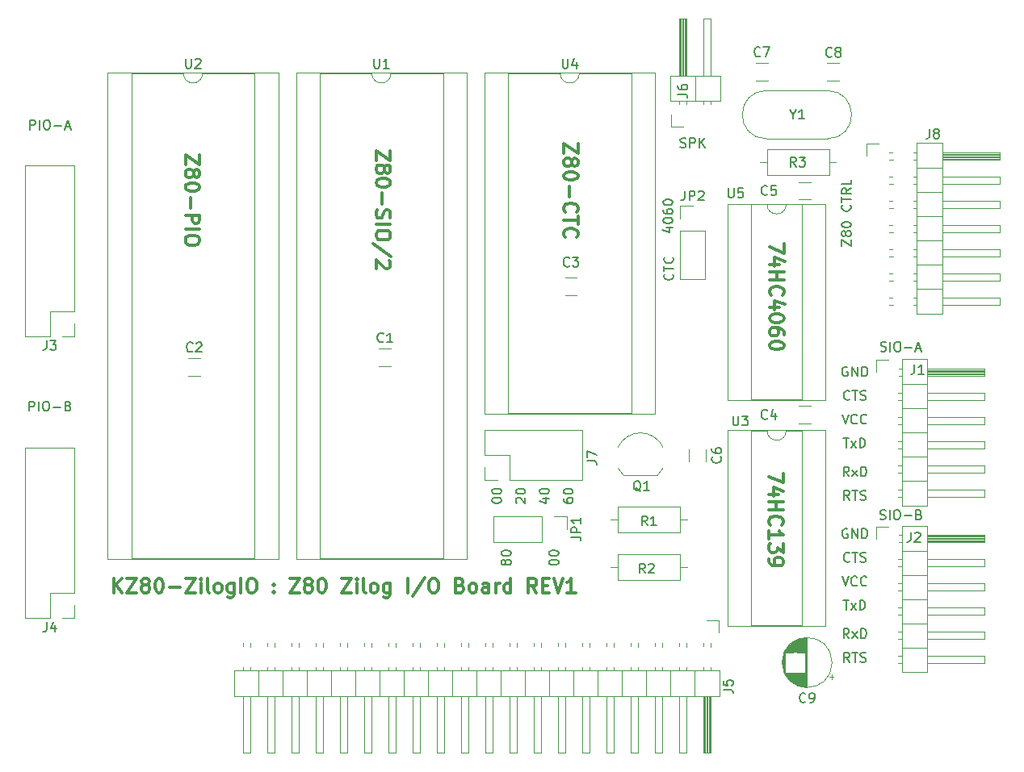
<source format=gto>
G04 #@! TF.GenerationSoftware,KiCad,Pcbnew,(5.0.0-3-g5ebb6b6)*
G04 #@! TF.CreationDate,2019-09-05T21:30:35+09:00*
G04 #@! TF.ProjectId,KZ80_PIOSIO,4B5A38305F50494F53494F2E6B696361,rev?*
G04 #@! TF.SameCoordinates,Original*
G04 #@! TF.FileFunction,Legend,Top*
G04 #@! TF.FilePolarity,Positive*
%FSLAX46Y46*%
G04 Gerber Fmt 4.6, Leading zero omitted, Abs format (unit mm)*
G04 Created by KiCad (PCBNEW (5.0.0-3-g5ebb6b6)) date 2019 September 05, Thursday 21:30:35*
%MOMM*%
%LPD*%
G01*
G04 APERTURE LIST*
%ADD10C,0.150000*%
%ADD11C,0.200000*%
%ADD12C,0.300000*%
%ADD13C,0.120000*%
%ADD14R,2.100000X2.100000*%
%ADD15O,2.100000X2.100000*%
%ADD16R,2.000000X2.000000*%
%ADD17C,2.000000*%
%ADD18C,1.900000*%
%ADD19C,3.600000*%
%ADD20O,2.000000X2.000000*%
%ADD21R,1.900000X1.900000*%
G04 APERTURE END LIST*
D10*
X169735714Y-59868095D02*
X170402380Y-59868095D01*
X169354761Y-60106190D02*
X170069047Y-60344285D01*
X170069047Y-59725238D01*
X169402380Y-59153809D02*
X169402380Y-59058571D01*
X169450000Y-58963333D01*
X169497619Y-58915714D01*
X169592857Y-58868095D01*
X169783333Y-58820476D01*
X170021428Y-58820476D01*
X170211904Y-58868095D01*
X170307142Y-58915714D01*
X170354761Y-58963333D01*
X170402380Y-59058571D01*
X170402380Y-59153809D01*
X170354761Y-59249047D01*
X170307142Y-59296666D01*
X170211904Y-59344285D01*
X170021428Y-59391904D01*
X169783333Y-59391904D01*
X169592857Y-59344285D01*
X169497619Y-59296666D01*
X169450000Y-59249047D01*
X169402380Y-59153809D01*
X169402380Y-57963333D02*
X169402380Y-58153809D01*
X169450000Y-58249047D01*
X169497619Y-58296666D01*
X169640476Y-58391904D01*
X169830952Y-58439523D01*
X170211904Y-58439523D01*
X170307142Y-58391904D01*
X170354761Y-58344285D01*
X170402380Y-58249047D01*
X170402380Y-58058571D01*
X170354761Y-57963333D01*
X170307142Y-57915714D01*
X170211904Y-57868095D01*
X169973809Y-57868095D01*
X169878571Y-57915714D01*
X169830952Y-57963333D01*
X169783333Y-58058571D01*
X169783333Y-58249047D01*
X169830952Y-58344285D01*
X169878571Y-58391904D01*
X169973809Y-58439523D01*
X169402380Y-57249047D02*
X169402380Y-57153809D01*
X169450000Y-57058571D01*
X169497619Y-57010952D01*
X169592857Y-56963333D01*
X169783333Y-56915714D01*
X170021428Y-56915714D01*
X170211904Y-56963333D01*
X170307142Y-57010952D01*
X170354761Y-57058571D01*
X170402380Y-57153809D01*
X170402380Y-57249047D01*
X170354761Y-57344285D01*
X170307142Y-57391904D01*
X170211904Y-57439523D01*
X170021428Y-57487142D01*
X169783333Y-57487142D01*
X169592857Y-57439523D01*
X169497619Y-57391904D01*
X169450000Y-57344285D01*
X169402380Y-57249047D01*
X170387142Y-64731428D02*
X170434761Y-64779047D01*
X170482380Y-64921904D01*
X170482380Y-65017142D01*
X170434761Y-65160000D01*
X170339523Y-65255238D01*
X170244285Y-65302857D01*
X170053809Y-65350476D01*
X169910952Y-65350476D01*
X169720476Y-65302857D01*
X169625238Y-65255238D01*
X169530000Y-65160000D01*
X169482380Y-65017142D01*
X169482380Y-64921904D01*
X169530000Y-64779047D01*
X169577619Y-64731428D01*
X169482380Y-64445714D02*
X169482380Y-63874285D01*
X170482380Y-64160000D02*
X169482380Y-64160000D01*
X170387142Y-62969523D02*
X170434761Y-63017142D01*
X170482380Y-63160000D01*
X170482380Y-63255238D01*
X170434761Y-63398095D01*
X170339523Y-63493333D01*
X170244285Y-63540952D01*
X170053809Y-63588571D01*
X169910952Y-63588571D01*
X169720476Y-63540952D01*
X169625238Y-63493333D01*
X169530000Y-63398095D01*
X169482380Y-63255238D01*
X169482380Y-63160000D01*
X169530000Y-63017142D01*
X169577619Y-62969523D01*
D11*
X188127380Y-61777380D02*
X188127380Y-61110714D01*
X189127380Y-61777380D01*
X189127380Y-61110714D01*
X188555952Y-60586904D02*
X188508333Y-60682142D01*
X188460714Y-60729761D01*
X188365476Y-60777380D01*
X188317857Y-60777380D01*
X188222619Y-60729761D01*
X188175000Y-60682142D01*
X188127380Y-60586904D01*
X188127380Y-60396428D01*
X188175000Y-60301190D01*
X188222619Y-60253571D01*
X188317857Y-60205952D01*
X188365476Y-60205952D01*
X188460714Y-60253571D01*
X188508333Y-60301190D01*
X188555952Y-60396428D01*
X188555952Y-60586904D01*
X188603571Y-60682142D01*
X188651190Y-60729761D01*
X188746428Y-60777380D01*
X188936904Y-60777380D01*
X189032142Y-60729761D01*
X189079761Y-60682142D01*
X189127380Y-60586904D01*
X189127380Y-60396428D01*
X189079761Y-60301190D01*
X189032142Y-60253571D01*
X188936904Y-60205952D01*
X188746428Y-60205952D01*
X188651190Y-60253571D01*
X188603571Y-60301190D01*
X188555952Y-60396428D01*
X188127380Y-59586904D02*
X188127380Y-59491666D01*
X188175000Y-59396428D01*
X188222619Y-59348809D01*
X188317857Y-59301190D01*
X188508333Y-59253571D01*
X188746428Y-59253571D01*
X188936904Y-59301190D01*
X189032142Y-59348809D01*
X189079761Y-59396428D01*
X189127380Y-59491666D01*
X189127380Y-59586904D01*
X189079761Y-59682142D01*
X189032142Y-59729761D01*
X188936904Y-59777380D01*
X188746428Y-59825000D01*
X188508333Y-59825000D01*
X188317857Y-59777380D01*
X188222619Y-59729761D01*
X188175000Y-59682142D01*
X188127380Y-59586904D01*
X189032142Y-57491666D02*
X189079761Y-57539285D01*
X189127380Y-57682142D01*
X189127380Y-57777380D01*
X189079761Y-57920238D01*
X188984523Y-58015476D01*
X188889285Y-58063095D01*
X188698809Y-58110714D01*
X188555952Y-58110714D01*
X188365476Y-58063095D01*
X188270238Y-58015476D01*
X188175000Y-57920238D01*
X188127380Y-57777380D01*
X188127380Y-57682142D01*
X188175000Y-57539285D01*
X188222619Y-57491666D01*
X188127380Y-57205952D02*
X188127380Y-56634523D01*
X189127380Y-56920238D02*
X188127380Y-56920238D01*
X189127380Y-55729761D02*
X188651190Y-56063095D01*
X189127380Y-56301190D02*
X188127380Y-56301190D01*
X188127380Y-55920238D01*
X188175000Y-55825000D01*
X188222619Y-55777380D01*
X188317857Y-55729761D01*
X188460714Y-55729761D01*
X188555952Y-55777380D01*
X188603571Y-55825000D01*
X188651190Y-55920238D01*
X188651190Y-56301190D01*
X189127380Y-54825000D02*
X189127380Y-55301190D01*
X188127380Y-55301190D01*
X192153333Y-90434761D02*
X192296190Y-90482380D01*
X192534285Y-90482380D01*
X192629523Y-90434761D01*
X192677142Y-90387142D01*
X192724761Y-90291904D01*
X192724761Y-90196666D01*
X192677142Y-90101428D01*
X192629523Y-90053809D01*
X192534285Y-90006190D01*
X192343809Y-89958571D01*
X192248571Y-89910952D01*
X192200952Y-89863333D01*
X192153333Y-89768095D01*
X192153333Y-89672857D01*
X192200952Y-89577619D01*
X192248571Y-89530000D01*
X192343809Y-89482380D01*
X192581904Y-89482380D01*
X192724761Y-89530000D01*
X193153333Y-90482380D02*
X193153333Y-89482380D01*
X193820000Y-89482380D02*
X194010476Y-89482380D01*
X194105714Y-89530000D01*
X194200952Y-89625238D01*
X194248571Y-89815714D01*
X194248571Y-90149047D01*
X194200952Y-90339523D01*
X194105714Y-90434761D01*
X194010476Y-90482380D01*
X193820000Y-90482380D01*
X193724761Y-90434761D01*
X193629523Y-90339523D01*
X193581904Y-90149047D01*
X193581904Y-89815714D01*
X193629523Y-89625238D01*
X193724761Y-89530000D01*
X193820000Y-89482380D01*
X194677142Y-90101428D02*
X195439047Y-90101428D01*
X196248571Y-89958571D02*
X196391428Y-90006190D01*
X196439047Y-90053809D01*
X196486666Y-90149047D01*
X196486666Y-90291904D01*
X196439047Y-90387142D01*
X196391428Y-90434761D01*
X196296190Y-90482380D01*
X195915238Y-90482380D01*
X195915238Y-89482380D01*
X196248571Y-89482380D01*
X196343809Y-89530000D01*
X196391428Y-89577619D01*
X196439047Y-89672857D01*
X196439047Y-89768095D01*
X196391428Y-89863333D01*
X196343809Y-89910952D01*
X196248571Y-89958571D01*
X195915238Y-89958571D01*
X192224761Y-72794761D02*
X192367619Y-72842380D01*
X192605714Y-72842380D01*
X192700952Y-72794761D01*
X192748571Y-72747142D01*
X192796190Y-72651904D01*
X192796190Y-72556666D01*
X192748571Y-72461428D01*
X192700952Y-72413809D01*
X192605714Y-72366190D01*
X192415238Y-72318571D01*
X192320000Y-72270952D01*
X192272380Y-72223333D01*
X192224761Y-72128095D01*
X192224761Y-72032857D01*
X192272380Y-71937619D01*
X192320000Y-71890000D01*
X192415238Y-71842380D01*
X192653333Y-71842380D01*
X192796190Y-71890000D01*
X193224761Y-72842380D02*
X193224761Y-71842380D01*
X193891428Y-71842380D02*
X194081904Y-71842380D01*
X194177142Y-71890000D01*
X194272380Y-71985238D01*
X194320000Y-72175714D01*
X194320000Y-72509047D01*
X194272380Y-72699523D01*
X194177142Y-72794761D01*
X194081904Y-72842380D01*
X193891428Y-72842380D01*
X193796190Y-72794761D01*
X193700952Y-72699523D01*
X193653333Y-72509047D01*
X193653333Y-72175714D01*
X193700952Y-71985238D01*
X193796190Y-71890000D01*
X193891428Y-71842380D01*
X194748571Y-72461428D02*
X195510476Y-72461428D01*
X195939047Y-72556666D02*
X196415238Y-72556666D01*
X195843809Y-72842380D02*
X196177142Y-71842380D01*
X196510476Y-72842380D01*
X102957142Y-79092380D02*
X102957142Y-78092380D01*
X103338095Y-78092380D01*
X103433333Y-78140000D01*
X103480952Y-78187619D01*
X103528571Y-78282857D01*
X103528571Y-78425714D01*
X103480952Y-78520952D01*
X103433333Y-78568571D01*
X103338095Y-78616190D01*
X102957142Y-78616190D01*
X103957142Y-79092380D02*
X103957142Y-78092380D01*
X104623809Y-78092380D02*
X104814285Y-78092380D01*
X104909523Y-78140000D01*
X105004761Y-78235238D01*
X105052380Y-78425714D01*
X105052380Y-78759047D01*
X105004761Y-78949523D01*
X104909523Y-79044761D01*
X104814285Y-79092380D01*
X104623809Y-79092380D01*
X104528571Y-79044761D01*
X104433333Y-78949523D01*
X104385714Y-78759047D01*
X104385714Y-78425714D01*
X104433333Y-78235238D01*
X104528571Y-78140000D01*
X104623809Y-78092380D01*
X105480952Y-78711428D02*
X106242857Y-78711428D01*
X107052380Y-78568571D02*
X107195238Y-78616190D01*
X107242857Y-78663809D01*
X107290476Y-78759047D01*
X107290476Y-78901904D01*
X107242857Y-78997142D01*
X107195238Y-79044761D01*
X107100000Y-79092380D01*
X106719047Y-79092380D01*
X106719047Y-78092380D01*
X107052380Y-78092380D01*
X107147619Y-78140000D01*
X107195238Y-78187619D01*
X107242857Y-78282857D01*
X107242857Y-78378095D01*
X107195238Y-78473333D01*
X107147619Y-78520952D01*
X107052380Y-78568571D01*
X106719047Y-78568571D01*
X103028571Y-49562380D02*
X103028571Y-48562380D01*
X103409523Y-48562380D01*
X103504761Y-48610000D01*
X103552380Y-48657619D01*
X103600000Y-48752857D01*
X103600000Y-48895714D01*
X103552380Y-48990952D01*
X103504761Y-49038571D01*
X103409523Y-49086190D01*
X103028571Y-49086190D01*
X104028571Y-49562380D02*
X104028571Y-48562380D01*
X104695238Y-48562380D02*
X104885714Y-48562380D01*
X104980952Y-48610000D01*
X105076190Y-48705238D01*
X105123809Y-48895714D01*
X105123809Y-49229047D01*
X105076190Y-49419523D01*
X104980952Y-49514761D01*
X104885714Y-49562380D01*
X104695238Y-49562380D01*
X104600000Y-49514761D01*
X104504761Y-49419523D01*
X104457142Y-49229047D01*
X104457142Y-48895714D01*
X104504761Y-48705238D01*
X104600000Y-48610000D01*
X104695238Y-48562380D01*
X105552380Y-49181428D02*
X106314285Y-49181428D01*
X106742857Y-49276666D02*
X107219047Y-49276666D01*
X106647619Y-49562380D02*
X106980952Y-48562380D01*
X107314285Y-49562380D01*
D12*
X181981428Y-85637142D02*
X181981428Y-86637142D01*
X180481428Y-85994285D01*
X181481428Y-87851428D02*
X180481428Y-87851428D01*
X182052857Y-87494285D02*
X180981428Y-87137142D01*
X180981428Y-88065714D01*
X180481428Y-88637142D02*
X181981428Y-88637142D01*
X181267142Y-88637142D02*
X181267142Y-89494285D01*
X180481428Y-89494285D02*
X181981428Y-89494285D01*
X180624285Y-91065714D02*
X180552857Y-90994285D01*
X180481428Y-90780000D01*
X180481428Y-90637142D01*
X180552857Y-90422857D01*
X180695714Y-90280000D01*
X180838571Y-90208571D01*
X181124285Y-90137142D01*
X181338571Y-90137142D01*
X181624285Y-90208571D01*
X181767142Y-90280000D01*
X181910000Y-90422857D01*
X181981428Y-90637142D01*
X181981428Y-90780000D01*
X181910000Y-90994285D01*
X181838571Y-91065714D01*
X180481428Y-92494285D02*
X180481428Y-91637142D01*
X180481428Y-92065714D02*
X181981428Y-92065714D01*
X181767142Y-91922857D01*
X181624285Y-91780000D01*
X181552857Y-91637142D01*
X181981428Y-92994285D02*
X181981428Y-93922857D01*
X181410000Y-93422857D01*
X181410000Y-93637142D01*
X181338571Y-93780000D01*
X181267142Y-93851428D01*
X181124285Y-93922857D01*
X180767142Y-93922857D01*
X180624285Y-93851428D01*
X180552857Y-93780000D01*
X180481428Y-93637142D01*
X180481428Y-93208571D01*
X180552857Y-93065714D01*
X180624285Y-92994285D01*
X180481428Y-94637142D02*
X180481428Y-94922857D01*
X180552857Y-95065714D01*
X180624285Y-95137142D01*
X180838571Y-95280000D01*
X181124285Y-95351428D01*
X181695714Y-95351428D01*
X181838571Y-95280000D01*
X181910000Y-95208571D01*
X181981428Y-95065714D01*
X181981428Y-94780000D01*
X181910000Y-94637142D01*
X181838571Y-94565714D01*
X181695714Y-94494285D01*
X181338571Y-94494285D01*
X181195714Y-94565714D01*
X181124285Y-94637142D01*
X181052857Y-94780000D01*
X181052857Y-95065714D01*
X181124285Y-95208571D01*
X181195714Y-95280000D01*
X181338571Y-95351428D01*
X182071428Y-61512857D02*
X182071428Y-62512857D01*
X180571428Y-61870000D01*
X181571428Y-63727142D02*
X180571428Y-63727142D01*
X182142857Y-63370000D02*
X181071428Y-63012857D01*
X181071428Y-63941428D01*
X180571428Y-64512857D02*
X182071428Y-64512857D01*
X181357142Y-64512857D02*
X181357142Y-65370000D01*
X180571428Y-65370000D02*
X182071428Y-65370000D01*
X180714285Y-66941428D02*
X180642857Y-66870000D01*
X180571428Y-66655714D01*
X180571428Y-66512857D01*
X180642857Y-66298571D01*
X180785714Y-66155714D01*
X180928571Y-66084285D01*
X181214285Y-66012857D01*
X181428571Y-66012857D01*
X181714285Y-66084285D01*
X181857142Y-66155714D01*
X182000000Y-66298571D01*
X182071428Y-66512857D01*
X182071428Y-66655714D01*
X182000000Y-66870000D01*
X181928571Y-66941428D01*
X181571428Y-68227142D02*
X180571428Y-68227142D01*
X182142857Y-67870000D02*
X181071428Y-67512857D01*
X181071428Y-68441428D01*
X182071428Y-69298571D02*
X182071428Y-69441428D01*
X182000000Y-69584285D01*
X181928571Y-69655714D01*
X181785714Y-69727142D01*
X181500000Y-69798571D01*
X181142857Y-69798571D01*
X180857142Y-69727142D01*
X180714285Y-69655714D01*
X180642857Y-69584285D01*
X180571428Y-69441428D01*
X180571428Y-69298571D01*
X180642857Y-69155714D01*
X180714285Y-69084285D01*
X180857142Y-69012857D01*
X181142857Y-68941428D01*
X181500000Y-68941428D01*
X181785714Y-69012857D01*
X181928571Y-69084285D01*
X182000000Y-69155714D01*
X182071428Y-69298571D01*
X182071428Y-71084285D02*
X182071428Y-70798571D01*
X182000000Y-70655714D01*
X181928571Y-70584285D01*
X181714285Y-70441428D01*
X181428571Y-70370000D01*
X180857142Y-70370000D01*
X180714285Y-70441428D01*
X180642857Y-70512857D01*
X180571428Y-70655714D01*
X180571428Y-70941428D01*
X180642857Y-71084285D01*
X180714285Y-71155714D01*
X180857142Y-71227142D01*
X181214285Y-71227142D01*
X181357142Y-71155714D01*
X181428571Y-71084285D01*
X181500000Y-70941428D01*
X181500000Y-70655714D01*
X181428571Y-70512857D01*
X181357142Y-70441428D01*
X181214285Y-70370000D01*
X182071428Y-72155714D02*
X182071428Y-72298571D01*
X182000000Y-72441428D01*
X181928571Y-72512857D01*
X181785714Y-72584285D01*
X181500000Y-72655714D01*
X181142857Y-72655714D01*
X180857142Y-72584285D01*
X180714285Y-72512857D01*
X180642857Y-72441428D01*
X180571428Y-72298571D01*
X180571428Y-72155714D01*
X180642857Y-72012857D01*
X180714285Y-71941428D01*
X180857142Y-71870000D01*
X181142857Y-71798571D01*
X181500000Y-71798571D01*
X181785714Y-71870000D01*
X181928571Y-71941428D01*
X182000000Y-72012857D01*
X182071428Y-72155714D01*
X160481428Y-51071428D02*
X160481428Y-52071428D01*
X158981428Y-51071428D01*
X158981428Y-52071428D01*
X159838571Y-52857142D02*
X159910000Y-52714285D01*
X159981428Y-52642857D01*
X160124285Y-52571428D01*
X160195714Y-52571428D01*
X160338571Y-52642857D01*
X160410000Y-52714285D01*
X160481428Y-52857142D01*
X160481428Y-53142857D01*
X160410000Y-53285714D01*
X160338571Y-53357142D01*
X160195714Y-53428571D01*
X160124285Y-53428571D01*
X159981428Y-53357142D01*
X159910000Y-53285714D01*
X159838571Y-53142857D01*
X159838571Y-52857142D01*
X159767142Y-52714285D01*
X159695714Y-52642857D01*
X159552857Y-52571428D01*
X159267142Y-52571428D01*
X159124285Y-52642857D01*
X159052857Y-52714285D01*
X158981428Y-52857142D01*
X158981428Y-53142857D01*
X159052857Y-53285714D01*
X159124285Y-53357142D01*
X159267142Y-53428571D01*
X159552857Y-53428571D01*
X159695714Y-53357142D01*
X159767142Y-53285714D01*
X159838571Y-53142857D01*
X160481428Y-54357142D02*
X160481428Y-54500000D01*
X160410000Y-54642857D01*
X160338571Y-54714285D01*
X160195714Y-54785714D01*
X159910000Y-54857142D01*
X159552857Y-54857142D01*
X159267142Y-54785714D01*
X159124285Y-54714285D01*
X159052857Y-54642857D01*
X158981428Y-54500000D01*
X158981428Y-54357142D01*
X159052857Y-54214285D01*
X159124285Y-54142857D01*
X159267142Y-54071428D01*
X159552857Y-54000000D01*
X159910000Y-54000000D01*
X160195714Y-54071428D01*
X160338571Y-54142857D01*
X160410000Y-54214285D01*
X160481428Y-54357142D01*
X159552857Y-55500000D02*
X159552857Y-56642857D01*
X159124285Y-58214285D02*
X159052857Y-58142857D01*
X158981428Y-57928571D01*
X158981428Y-57785714D01*
X159052857Y-57571428D01*
X159195714Y-57428571D01*
X159338571Y-57357142D01*
X159624285Y-57285714D01*
X159838571Y-57285714D01*
X160124285Y-57357142D01*
X160267142Y-57428571D01*
X160410000Y-57571428D01*
X160481428Y-57785714D01*
X160481428Y-57928571D01*
X160410000Y-58142857D01*
X160338571Y-58214285D01*
X160481428Y-58642857D02*
X160481428Y-59500000D01*
X158981428Y-59071428D02*
X160481428Y-59071428D01*
X159124285Y-60857142D02*
X159052857Y-60785714D01*
X158981428Y-60571428D01*
X158981428Y-60428571D01*
X159052857Y-60214285D01*
X159195714Y-60071428D01*
X159338571Y-60000000D01*
X159624285Y-59928571D01*
X159838571Y-59928571D01*
X160124285Y-60000000D01*
X160267142Y-60071428D01*
X160410000Y-60214285D01*
X160481428Y-60428571D01*
X160481428Y-60571428D01*
X160410000Y-60785714D01*
X160338571Y-60857142D01*
X120821428Y-52250000D02*
X120821428Y-53250000D01*
X119321428Y-52250000D01*
X119321428Y-53250000D01*
X120178571Y-54035714D02*
X120250000Y-53892857D01*
X120321428Y-53821428D01*
X120464285Y-53750000D01*
X120535714Y-53750000D01*
X120678571Y-53821428D01*
X120750000Y-53892857D01*
X120821428Y-54035714D01*
X120821428Y-54321428D01*
X120750000Y-54464285D01*
X120678571Y-54535714D01*
X120535714Y-54607142D01*
X120464285Y-54607142D01*
X120321428Y-54535714D01*
X120250000Y-54464285D01*
X120178571Y-54321428D01*
X120178571Y-54035714D01*
X120107142Y-53892857D01*
X120035714Y-53821428D01*
X119892857Y-53750000D01*
X119607142Y-53750000D01*
X119464285Y-53821428D01*
X119392857Y-53892857D01*
X119321428Y-54035714D01*
X119321428Y-54321428D01*
X119392857Y-54464285D01*
X119464285Y-54535714D01*
X119607142Y-54607142D01*
X119892857Y-54607142D01*
X120035714Y-54535714D01*
X120107142Y-54464285D01*
X120178571Y-54321428D01*
X120821428Y-55535714D02*
X120821428Y-55678571D01*
X120750000Y-55821428D01*
X120678571Y-55892857D01*
X120535714Y-55964285D01*
X120250000Y-56035714D01*
X119892857Y-56035714D01*
X119607142Y-55964285D01*
X119464285Y-55892857D01*
X119392857Y-55821428D01*
X119321428Y-55678571D01*
X119321428Y-55535714D01*
X119392857Y-55392857D01*
X119464285Y-55321428D01*
X119607142Y-55250000D01*
X119892857Y-55178571D01*
X120250000Y-55178571D01*
X120535714Y-55250000D01*
X120678571Y-55321428D01*
X120750000Y-55392857D01*
X120821428Y-55535714D01*
X119892857Y-56678571D02*
X119892857Y-57821428D01*
X119321428Y-58535714D02*
X120821428Y-58535714D01*
X120821428Y-59107142D01*
X120750000Y-59250000D01*
X120678571Y-59321428D01*
X120535714Y-59392857D01*
X120321428Y-59392857D01*
X120178571Y-59321428D01*
X120107142Y-59250000D01*
X120035714Y-59107142D01*
X120035714Y-58535714D01*
X119321428Y-60035714D02*
X120821428Y-60035714D01*
X120821428Y-61035714D02*
X120821428Y-61321428D01*
X120750000Y-61464285D01*
X120607142Y-61607142D01*
X120321428Y-61678571D01*
X119821428Y-61678571D01*
X119535714Y-61607142D01*
X119392857Y-61464285D01*
X119321428Y-61321428D01*
X119321428Y-61035714D01*
X119392857Y-60892857D01*
X119535714Y-60750000D01*
X119821428Y-60678571D01*
X120321428Y-60678571D01*
X120607142Y-60750000D01*
X120750000Y-60892857D01*
X120821428Y-61035714D01*
X140821428Y-51785714D02*
X140821428Y-52785714D01*
X139321428Y-51785714D01*
X139321428Y-52785714D01*
X140178571Y-53571428D02*
X140250000Y-53428571D01*
X140321428Y-53357142D01*
X140464285Y-53285714D01*
X140535714Y-53285714D01*
X140678571Y-53357142D01*
X140750000Y-53428571D01*
X140821428Y-53571428D01*
X140821428Y-53857142D01*
X140750000Y-54000000D01*
X140678571Y-54071428D01*
X140535714Y-54142857D01*
X140464285Y-54142857D01*
X140321428Y-54071428D01*
X140250000Y-54000000D01*
X140178571Y-53857142D01*
X140178571Y-53571428D01*
X140107142Y-53428571D01*
X140035714Y-53357142D01*
X139892857Y-53285714D01*
X139607142Y-53285714D01*
X139464285Y-53357142D01*
X139392857Y-53428571D01*
X139321428Y-53571428D01*
X139321428Y-53857142D01*
X139392857Y-54000000D01*
X139464285Y-54071428D01*
X139607142Y-54142857D01*
X139892857Y-54142857D01*
X140035714Y-54071428D01*
X140107142Y-54000000D01*
X140178571Y-53857142D01*
X140821428Y-55071428D02*
X140821428Y-55214285D01*
X140750000Y-55357142D01*
X140678571Y-55428571D01*
X140535714Y-55500000D01*
X140250000Y-55571428D01*
X139892857Y-55571428D01*
X139607142Y-55500000D01*
X139464285Y-55428571D01*
X139392857Y-55357142D01*
X139321428Y-55214285D01*
X139321428Y-55071428D01*
X139392857Y-54928571D01*
X139464285Y-54857142D01*
X139607142Y-54785714D01*
X139892857Y-54714285D01*
X140250000Y-54714285D01*
X140535714Y-54785714D01*
X140678571Y-54857142D01*
X140750000Y-54928571D01*
X140821428Y-55071428D01*
X139892857Y-56214285D02*
X139892857Y-57357142D01*
X139392857Y-58000000D02*
X139321428Y-58214285D01*
X139321428Y-58571428D01*
X139392857Y-58714285D01*
X139464285Y-58785714D01*
X139607142Y-58857142D01*
X139750000Y-58857142D01*
X139892857Y-58785714D01*
X139964285Y-58714285D01*
X140035714Y-58571428D01*
X140107142Y-58285714D01*
X140178571Y-58142857D01*
X140250000Y-58071428D01*
X140392857Y-58000000D01*
X140535714Y-58000000D01*
X140678571Y-58071428D01*
X140750000Y-58142857D01*
X140821428Y-58285714D01*
X140821428Y-58642857D01*
X140750000Y-58857142D01*
X139321428Y-59500000D02*
X140821428Y-59500000D01*
X140821428Y-60500000D02*
X140821428Y-60785714D01*
X140750000Y-60928571D01*
X140607142Y-61071428D01*
X140321428Y-61142857D01*
X139821428Y-61142857D01*
X139535714Y-61071428D01*
X139392857Y-60928571D01*
X139321428Y-60785714D01*
X139321428Y-60500000D01*
X139392857Y-60357142D01*
X139535714Y-60214285D01*
X139821428Y-60142857D01*
X140321428Y-60142857D01*
X140607142Y-60214285D01*
X140750000Y-60357142D01*
X140821428Y-60500000D01*
X140892857Y-62857142D02*
X138964285Y-61571428D01*
X140678571Y-63285714D02*
X140750000Y-63357142D01*
X140821428Y-63500000D01*
X140821428Y-63857142D01*
X140750000Y-64000000D01*
X140678571Y-64071428D01*
X140535714Y-64142857D01*
X140392857Y-64142857D01*
X140178571Y-64071428D01*
X139321428Y-63214285D01*
X139321428Y-64142857D01*
D11*
X171214285Y-51404761D02*
X171357142Y-51452380D01*
X171595238Y-51452380D01*
X171690476Y-51404761D01*
X171738095Y-51357142D01*
X171785714Y-51261904D01*
X171785714Y-51166666D01*
X171738095Y-51071428D01*
X171690476Y-51023809D01*
X171595238Y-50976190D01*
X171404761Y-50928571D01*
X171309523Y-50880952D01*
X171261904Y-50833333D01*
X171214285Y-50738095D01*
X171214285Y-50642857D01*
X171261904Y-50547619D01*
X171309523Y-50500000D01*
X171404761Y-50452380D01*
X171642857Y-50452380D01*
X171785714Y-50500000D01*
X172214285Y-51452380D02*
X172214285Y-50452380D01*
X172595238Y-50452380D01*
X172690476Y-50500000D01*
X172738095Y-50547619D01*
X172785714Y-50642857D01*
X172785714Y-50785714D01*
X172738095Y-50880952D01*
X172690476Y-50928571D01*
X172595238Y-50976190D01*
X172214285Y-50976190D01*
X173214285Y-51452380D02*
X173214285Y-50452380D01*
X173785714Y-51452380D02*
X173357142Y-50880952D01*
X173785714Y-50452380D02*
X173214285Y-51023809D01*
D12*
X111857142Y-98178571D02*
X111857142Y-96678571D01*
X112714285Y-98178571D02*
X112071428Y-97321428D01*
X112714285Y-96678571D02*
X111857142Y-97535714D01*
X113214285Y-96678571D02*
X114214285Y-96678571D01*
X113214285Y-98178571D01*
X114214285Y-98178571D01*
X115000000Y-97321428D02*
X114857142Y-97250000D01*
X114785714Y-97178571D01*
X114714285Y-97035714D01*
X114714285Y-96964285D01*
X114785714Y-96821428D01*
X114857142Y-96750000D01*
X115000000Y-96678571D01*
X115285714Y-96678571D01*
X115428571Y-96750000D01*
X115500000Y-96821428D01*
X115571428Y-96964285D01*
X115571428Y-97035714D01*
X115500000Y-97178571D01*
X115428571Y-97250000D01*
X115285714Y-97321428D01*
X115000000Y-97321428D01*
X114857142Y-97392857D01*
X114785714Y-97464285D01*
X114714285Y-97607142D01*
X114714285Y-97892857D01*
X114785714Y-98035714D01*
X114857142Y-98107142D01*
X115000000Y-98178571D01*
X115285714Y-98178571D01*
X115428571Y-98107142D01*
X115500000Y-98035714D01*
X115571428Y-97892857D01*
X115571428Y-97607142D01*
X115500000Y-97464285D01*
X115428571Y-97392857D01*
X115285714Y-97321428D01*
X116500000Y-96678571D02*
X116642857Y-96678571D01*
X116785714Y-96750000D01*
X116857142Y-96821428D01*
X116928571Y-96964285D01*
X117000000Y-97250000D01*
X117000000Y-97607142D01*
X116928571Y-97892857D01*
X116857142Y-98035714D01*
X116785714Y-98107142D01*
X116642857Y-98178571D01*
X116500000Y-98178571D01*
X116357142Y-98107142D01*
X116285714Y-98035714D01*
X116214285Y-97892857D01*
X116142857Y-97607142D01*
X116142857Y-97250000D01*
X116214285Y-96964285D01*
X116285714Y-96821428D01*
X116357142Y-96750000D01*
X116500000Y-96678571D01*
X117642857Y-97607142D02*
X118785714Y-97607142D01*
X119357142Y-96678571D02*
X120357142Y-96678571D01*
X119357142Y-98178571D01*
X120357142Y-98178571D01*
X120928571Y-98178571D02*
X120928571Y-97178571D01*
X120928571Y-96678571D02*
X120857142Y-96750000D01*
X120928571Y-96821428D01*
X121000000Y-96750000D01*
X120928571Y-96678571D01*
X120928571Y-96821428D01*
X121857142Y-98178571D02*
X121714285Y-98107142D01*
X121642857Y-97964285D01*
X121642857Y-96678571D01*
X122642857Y-98178571D02*
X122500000Y-98107142D01*
X122428571Y-98035714D01*
X122357142Y-97892857D01*
X122357142Y-97464285D01*
X122428571Y-97321428D01*
X122500000Y-97250000D01*
X122642857Y-97178571D01*
X122857142Y-97178571D01*
X123000000Y-97250000D01*
X123071428Y-97321428D01*
X123142857Y-97464285D01*
X123142857Y-97892857D01*
X123071428Y-98035714D01*
X123000000Y-98107142D01*
X122857142Y-98178571D01*
X122642857Y-98178571D01*
X124428571Y-97178571D02*
X124428571Y-98392857D01*
X124357142Y-98535714D01*
X124285714Y-98607142D01*
X124142857Y-98678571D01*
X123928571Y-98678571D01*
X123785714Y-98607142D01*
X124428571Y-98107142D02*
X124285714Y-98178571D01*
X124000000Y-98178571D01*
X123857142Y-98107142D01*
X123785714Y-98035714D01*
X123714285Y-97892857D01*
X123714285Y-97464285D01*
X123785714Y-97321428D01*
X123857142Y-97250000D01*
X124000000Y-97178571D01*
X124285714Y-97178571D01*
X124428571Y-97250000D01*
X125142857Y-98178571D02*
X125142857Y-96678571D01*
X126142857Y-96678571D02*
X126428571Y-96678571D01*
X126571428Y-96750000D01*
X126714285Y-96892857D01*
X126785714Y-97178571D01*
X126785714Y-97678571D01*
X126714285Y-97964285D01*
X126571428Y-98107142D01*
X126428571Y-98178571D01*
X126142857Y-98178571D01*
X126000000Y-98107142D01*
X125857142Y-97964285D01*
X125785714Y-97678571D01*
X125785714Y-97178571D01*
X125857142Y-96892857D01*
X126000000Y-96750000D01*
X126142857Y-96678571D01*
X128571428Y-98035714D02*
X128642857Y-98107142D01*
X128571428Y-98178571D01*
X128500000Y-98107142D01*
X128571428Y-98035714D01*
X128571428Y-98178571D01*
X128571428Y-97250000D02*
X128642857Y-97321428D01*
X128571428Y-97392857D01*
X128500000Y-97321428D01*
X128571428Y-97250000D01*
X128571428Y-97392857D01*
X130285714Y-96678571D02*
X131285714Y-96678571D01*
X130285714Y-98178571D01*
X131285714Y-98178571D01*
X132071428Y-97321428D02*
X131928571Y-97250000D01*
X131857142Y-97178571D01*
X131785714Y-97035714D01*
X131785714Y-96964285D01*
X131857142Y-96821428D01*
X131928571Y-96750000D01*
X132071428Y-96678571D01*
X132357142Y-96678571D01*
X132500000Y-96750000D01*
X132571428Y-96821428D01*
X132642857Y-96964285D01*
X132642857Y-97035714D01*
X132571428Y-97178571D01*
X132500000Y-97250000D01*
X132357142Y-97321428D01*
X132071428Y-97321428D01*
X131928571Y-97392857D01*
X131857142Y-97464285D01*
X131785714Y-97607142D01*
X131785714Y-97892857D01*
X131857142Y-98035714D01*
X131928571Y-98107142D01*
X132071428Y-98178571D01*
X132357142Y-98178571D01*
X132500000Y-98107142D01*
X132571428Y-98035714D01*
X132642857Y-97892857D01*
X132642857Y-97607142D01*
X132571428Y-97464285D01*
X132500000Y-97392857D01*
X132357142Y-97321428D01*
X133571428Y-96678571D02*
X133714285Y-96678571D01*
X133857142Y-96750000D01*
X133928571Y-96821428D01*
X134000000Y-96964285D01*
X134071428Y-97250000D01*
X134071428Y-97607142D01*
X134000000Y-97892857D01*
X133928571Y-98035714D01*
X133857142Y-98107142D01*
X133714285Y-98178571D01*
X133571428Y-98178571D01*
X133428571Y-98107142D01*
X133357142Y-98035714D01*
X133285714Y-97892857D01*
X133214285Y-97607142D01*
X133214285Y-97250000D01*
X133285714Y-96964285D01*
X133357142Y-96821428D01*
X133428571Y-96750000D01*
X133571428Y-96678571D01*
X135714285Y-96678571D02*
X136714285Y-96678571D01*
X135714285Y-98178571D01*
X136714285Y-98178571D01*
X137285714Y-98178571D02*
X137285714Y-97178571D01*
X137285714Y-96678571D02*
X137214285Y-96750000D01*
X137285714Y-96821428D01*
X137357142Y-96750000D01*
X137285714Y-96678571D01*
X137285714Y-96821428D01*
X138214285Y-98178571D02*
X138071428Y-98107142D01*
X138000000Y-97964285D01*
X138000000Y-96678571D01*
X139000000Y-98178571D02*
X138857142Y-98107142D01*
X138785714Y-98035714D01*
X138714285Y-97892857D01*
X138714285Y-97464285D01*
X138785714Y-97321428D01*
X138857142Y-97250000D01*
X139000000Y-97178571D01*
X139214285Y-97178571D01*
X139357142Y-97250000D01*
X139428571Y-97321428D01*
X139500000Y-97464285D01*
X139500000Y-97892857D01*
X139428571Y-98035714D01*
X139357142Y-98107142D01*
X139214285Y-98178571D01*
X139000000Y-98178571D01*
X140785714Y-97178571D02*
X140785714Y-98392857D01*
X140714285Y-98535714D01*
X140642857Y-98607142D01*
X140500000Y-98678571D01*
X140285714Y-98678571D01*
X140142857Y-98607142D01*
X140785714Y-98107142D02*
X140642857Y-98178571D01*
X140357142Y-98178571D01*
X140214285Y-98107142D01*
X140142857Y-98035714D01*
X140071428Y-97892857D01*
X140071428Y-97464285D01*
X140142857Y-97321428D01*
X140214285Y-97250000D01*
X140357142Y-97178571D01*
X140642857Y-97178571D01*
X140785714Y-97250000D01*
X142642857Y-98178571D02*
X142642857Y-96678571D01*
X144428571Y-96607142D02*
X143142857Y-98535714D01*
X145214285Y-96678571D02*
X145500000Y-96678571D01*
X145642857Y-96750000D01*
X145785714Y-96892857D01*
X145857142Y-97178571D01*
X145857142Y-97678571D01*
X145785714Y-97964285D01*
X145642857Y-98107142D01*
X145500000Y-98178571D01*
X145214285Y-98178571D01*
X145071428Y-98107142D01*
X144928571Y-97964285D01*
X144857142Y-97678571D01*
X144857142Y-97178571D01*
X144928571Y-96892857D01*
X145071428Y-96750000D01*
X145214285Y-96678571D01*
X148142857Y-97392857D02*
X148357142Y-97464285D01*
X148428571Y-97535714D01*
X148500000Y-97678571D01*
X148500000Y-97892857D01*
X148428571Y-98035714D01*
X148357142Y-98107142D01*
X148214285Y-98178571D01*
X147642857Y-98178571D01*
X147642857Y-96678571D01*
X148142857Y-96678571D01*
X148285714Y-96750000D01*
X148357142Y-96821428D01*
X148428571Y-96964285D01*
X148428571Y-97107142D01*
X148357142Y-97250000D01*
X148285714Y-97321428D01*
X148142857Y-97392857D01*
X147642857Y-97392857D01*
X149357142Y-98178571D02*
X149214285Y-98107142D01*
X149142857Y-98035714D01*
X149071428Y-97892857D01*
X149071428Y-97464285D01*
X149142857Y-97321428D01*
X149214285Y-97250000D01*
X149357142Y-97178571D01*
X149571428Y-97178571D01*
X149714285Y-97250000D01*
X149785714Y-97321428D01*
X149857142Y-97464285D01*
X149857142Y-97892857D01*
X149785714Y-98035714D01*
X149714285Y-98107142D01*
X149571428Y-98178571D01*
X149357142Y-98178571D01*
X151142857Y-98178571D02*
X151142857Y-97392857D01*
X151071428Y-97250000D01*
X150928571Y-97178571D01*
X150642857Y-97178571D01*
X150500000Y-97250000D01*
X151142857Y-98107142D02*
X151000000Y-98178571D01*
X150642857Y-98178571D01*
X150500000Y-98107142D01*
X150428571Y-97964285D01*
X150428571Y-97821428D01*
X150500000Y-97678571D01*
X150642857Y-97607142D01*
X151000000Y-97607142D01*
X151142857Y-97535714D01*
X151857142Y-98178571D02*
X151857142Y-97178571D01*
X151857142Y-97464285D02*
X151928571Y-97321428D01*
X152000000Y-97250000D01*
X152142857Y-97178571D01*
X152285714Y-97178571D01*
X153428571Y-98178571D02*
X153428571Y-96678571D01*
X153428571Y-98107142D02*
X153285714Y-98178571D01*
X153000000Y-98178571D01*
X152857142Y-98107142D01*
X152785714Y-98035714D01*
X152714285Y-97892857D01*
X152714285Y-97464285D01*
X152785714Y-97321428D01*
X152857142Y-97250000D01*
X153000000Y-97178571D01*
X153285714Y-97178571D01*
X153428571Y-97250000D01*
X156142857Y-98178571D02*
X155642857Y-97464285D01*
X155285714Y-98178571D02*
X155285714Y-96678571D01*
X155857142Y-96678571D01*
X156000000Y-96750000D01*
X156071428Y-96821428D01*
X156142857Y-96964285D01*
X156142857Y-97178571D01*
X156071428Y-97321428D01*
X156000000Y-97392857D01*
X155857142Y-97464285D01*
X155285714Y-97464285D01*
X156785714Y-97392857D02*
X157285714Y-97392857D01*
X157500000Y-98178571D02*
X156785714Y-98178571D01*
X156785714Y-96678571D01*
X157500000Y-96678571D01*
X157928571Y-96678571D02*
X158428571Y-98178571D01*
X158928571Y-96678571D01*
X160214285Y-98178571D02*
X159357142Y-98178571D01*
X159785714Y-98178571D02*
X159785714Y-96678571D01*
X159642857Y-96892857D01*
X159500000Y-97035714D01*
X159357142Y-97107142D01*
D10*
X188738095Y-91500000D02*
X188642857Y-91452380D01*
X188500000Y-91452380D01*
X188357142Y-91500000D01*
X188261904Y-91595238D01*
X188214285Y-91690476D01*
X188166666Y-91880952D01*
X188166666Y-92023809D01*
X188214285Y-92214285D01*
X188261904Y-92309523D01*
X188357142Y-92404761D01*
X188500000Y-92452380D01*
X188595238Y-92452380D01*
X188738095Y-92404761D01*
X188785714Y-92357142D01*
X188785714Y-92023809D01*
X188595238Y-92023809D01*
X189214285Y-92452380D02*
X189214285Y-91452380D01*
X189785714Y-92452380D01*
X189785714Y-91452380D01*
X190261904Y-92452380D02*
X190261904Y-91452380D01*
X190500000Y-91452380D01*
X190642857Y-91500000D01*
X190738095Y-91595238D01*
X190785714Y-91690476D01*
X190833333Y-91880952D01*
X190833333Y-92023809D01*
X190785714Y-92214285D01*
X190738095Y-92309523D01*
X190642857Y-92404761D01*
X190500000Y-92452380D01*
X190261904Y-92452380D01*
X188904761Y-102952380D02*
X188571428Y-102476190D01*
X188333333Y-102952380D02*
X188333333Y-101952380D01*
X188714285Y-101952380D01*
X188809523Y-102000000D01*
X188857142Y-102047619D01*
X188904761Y-102142857D01*
X188904761Y-102285714D01*
X188857142Y-102380952D01*
X188809523Y-102428571D01*
X188714285Y-102476190D01*
X188333333Y-102476190D01*
X189238095Y-102952380D02*
X189761904Y-102285714D01*
X189238095Y-102285714D02*
X189761904Y-102952380D01*
X190142857Y-102952380D02*
X190142857Y-101952380D01*
X190380952Y-101952380D01*
X190523809Y-102000000D01*
X190619047Y-102095238D01*
X190666666Y-102190476D01*
X190714285Y-102380952D01*
X190714285Y-102523809D01*
X190666666Y-102714285D01*
X190619047Y-102809523D01*
X190523809Y-102904761D01*
X190380952Y-102952380D01*
X190142857Y-102952380D01*
X188166666Y-96452380D02*
X188500000Y-97452380D01*
X188833333Y-96452380D01*
X189738095Y-97357142D02*
X189690476Y-97404761D01*
X189547619Y-97452380D01*
X189452380Y-97452380D01*
X189309523Y-97404761D01*
X189214285Y-97309523D01*
X189166666Y-97214285D01*
X189119047Y-97023809D01*
X189119047Y-96880952D01*
X189166666Y-96690476D01*
X189214285Y-96595238D01*
X189309523Y-96500000D01*
X189452380Y-96452380D01*
X189547619Y-96452380D01*
X189690476Y-96500000D01*
X189738095Y-96547619D01*
X190738095Y-97357142D02*
X190690476Y-97404761D01*
X190547619Y-97452380D01*
X190452380Y-97452380D01*
X190309523Y-97404761D01*
X190214285Y-97309523D01*
X190166666Y-97214285D01*
X190119047Y-97023809D01*
X190119047Y-96880952D01*
X190166666Y-96690476D01*
X190214285Y-96595238D01*
X190309523Y-96500000D01*
X190452380Y-96452380D01*
X190547619Y-96452380D01*
X190690476Y-96500000D01*
X190738095Y-96547619D01*
X188952380Y-94857142D02*
X188904761Y-94904761D01*
X188761904Y-94952380D01*
X188666666Y-94952380D01*
X188523809Y-94904761D01*
X188428571Y-94809523D01*
X188380952Y-94714285D01*
X188333333Y-94523809D01*
X188333333Y-94380952D01*
X188380952Y-94190476D01*
X188428571Y-94095238D01*
X188523809Y-94000000D01*
X188666666Y-93952380D01*
X188761904Y-93952380D01*
X188904761Y-94000000D01*
X188952380Y-94047619D01*
X189238095Y-93952380D02*
X189809523Y-93952380D01*
X189523809Y-94952380D02*
X189523809Y-93952380D01*
X190095238Y-94904761D02*
X190238095Y-94952380D01*
X190476190Y-94952380D01*
X190571428Y-94904761D01*
X190619047Y-94857142D01*
X190666666Y-94761904D01*
X190666666Y-94666666D01*
X190619047Y-94571428D01*
X190571428Y-94523809D01*
X190476190Y-94476190D01*
X190285714Y-94428571D01*
X190190476Y-94380952D01*
X190142857Y-94333333D01*
X190095238Y-94238095D01*
X190095238Y-94142857D01*
X190142857Y-94047619D01*
X190190476Y-94000000D01*
X190285714Y-93952380D01*
X190523809Y-93952380D01*
X190666666Y-94000000D01*
X188309523Y-98952380D02*
X188880952Y-98952380D01*
X188595238Y-99952380D02*
X188595238Y-98952380D01*
X189119047Y-99952380D02*
X189642857Y-99285714D01*
X189119047Y-99285714D02*
X189642857Y-99952380D01*
X190023809Y-99952380D02*
X190023809Y-98952380D01*
X190261904Y-98952380D01*
X190404761Y-99000000D01*
X190500000Y-99095238D01*
X190547619Y-99190476D01*
X190595238Y-99380952D01*
X190595238Y-99523809D01*
X190547619Y-99714285D01*
X190500000Y-99809523D01*
X190404761Y-99904761D01*
X190261904Y-99952380D01*
X190023809Y-99952380D01*
X188952380Y-105452380D02*
X188619047Y-104976190D01*
X188380952Y-105452380D02*
X188380952Y-104452380D01*
X188761904Y-104452380D01*
X188857142Y-104500000D01*
X188904761Y-104547619D01*
X188952380Y-104642857D01*
X188952380Y-104785714D01*
X188904761Y-104880952D01*
X188857142Y-104928571D01*
X188761904Y-104976190D01*
X188380952Y-104976190D01*
X189238095Y-104452380D02*
X189809523Y-104452380D01*
X189523809Y-105452380D02*
X189523809Y-104452380D01*
X190095238Y-105404761D02*
X190238095Y-105452380D01*
X190476190Y-105452380D01*
X190571428Y-105404761D01*
X190619047Y-105357142D01*
X190666666Y-105261904D01*
X190666666Y-105166666D01*
X190619047Y-105071428D01*
X190571428Y-105023809D01*
X190476190Y-104976190D01*
X190285714Y-104928571D01*
X190190476Y-104880952D01*
X190142857Y-104833333D01*
X190095238Y-104738095D01*
X190095238Y-104642857D01*
X190142857Y-104547619D01*
X190190476Y-104500000D01*
X190285714Y-104452380D01*
X190523809Y-104452380D01*
X190666666Y-104500000D01*
X188952380Y-88452380D02*
X188619047Y-87976190D01*
X188380952Y-88452380D02*
X188380952Y-87452380D01*
X188761904Y-87452380D01*
X188857142Y-87500000D01*
X188904761Y-87547619D01*
X188952380Y-87642857D01*
X188952380Y-87785714D01*
X188904761Y-87880952D01*
X188857142Y-87928571D01*
X188761904Y-87976190D01*
X188380952Y-87976190D01*
X189238095Y-87452380D02*
X189809523Y-87452380D01*
X189523809Y-88452380D02*
X189523809Y-87452380D01*
X190095238Y-88404761D02*
X190238095Y-88452380D01*
X190476190Y-88452380D01*
X190571428Y-88404761D01*
X190619047Y-88357142D01*
X190666666Y-88261904D01*
X190666666Y-88166666D01*
X190619047Y-88071428D01*
X190571428Y-88023809D01*
X190476190Y-87976190D01*
X190285714Y-87928571D01*
X190190476Y-87880952D01*
X190142857Y-87833333D01*
X190095238Y-87738095D01*
X190095238Y-87642857D01*
X190142857Y-87547619D01*
X190190476Y-87500000D01*
X190285714Y-87452380D01*
X190523809Y-87452380D01*
X190666666Y-87500000D01*
X188904761Y-85952380D02*
X188571428Y-85476190D01*
X188333333Y-85952380D02*
X188333333Y-84952380D01*
X188714285Y-84952380D01*
X188809523Y-85000000D01*
X188857142Y-85047619D01*
X188904761Y-85142857D01*
X188904761Y-85285714D01*
X188857142Y-85380952D01*
X188809523Y-85428571D01*
X188714285Y-85476190D01*
X188333333Y-85476190D01*
X189238095Y-85952380D02*
X189761904Y-85285714D01*
X189238095Y-85285714D02*
X189761904Y-85952380D01*
X190142857Y-85952380D02*
X190142857Y-84952380D01*
X190380952Y-84952380D01*
X190523809Y-85000000D01*
X190619047Y-85095238D01*
X190666666Y-85190476D01*
X190714285Y-85380952D01*
X190714285Y-85523809D01*
X190666666Y-85714285D01*
X190619047Y-85809523D01*
X190523809Y-85904761D01*
X190380952Y-85952380D01*
X190142857Y-85952380D01*
X188309523Y-81952380D02*
X188880952Y-81952380D01*
X188595238Y-82952380D02*
X188595238Y-81952380D01*
X189119047Y-82952380D02*
X189642857Y-82285714D01*
X189119047Y-82285714D02*
X189642857Y-82952380D01*
X190023809Y-82952380D02*
X190023809Y-81952380D01*
X190261904Y-81952380D01*
X190404761Y-82000000D01*
X190500000Y-82095238D01*
X190547619Y-82190476D01*
X190595238Y-82380952D01*
X190595238Y-82523809D01*
X190547619Y-82714285D01*
X190500000Y-82809523D01*
X190404761Y-82904761D01*
X190261904Y-82952380D01*
X190023809Y-82952380D01*
X188166666Y-79452380D02*
X188500000Y-80452380D01*
X188833333Y-79452380D01*
X189738095Y-80357142D02*
X189690476Y-80404761D01*
X189547619Y-80452380D01*
X189452380Y-80452380D01*
X189309523Y-80404761D01*
X189214285Y-80309523D01*
X189166666Y-80214285D01*
X189119047Y-80023809D01*
X189119047Y-79880952D01*
X189166666Y-79690476D01*
X189214285Y-79595238D01*
X189309523Y-79500000D01*
X189452380Y-79452380D01*
X189547619Y-79452380D01*
X189690476Y-79500000D01*
X189738095Y-79547619D01*
X190738095Y-80357142D02*
X190690476Y-80404761D01*
X190547619Y-80452380D01*
X190452380Y-80452380D01*
X190309523Y-80404761D01*
X190214285Y-80309523D01*
X190166666Y-80214285D01*
X190119047Y-80023809D01*
X190119047Y-79880952D01*
X190166666Y-79690476D01*
X190214285Y-79595238D01*
X190309523Y-79500000D01*
X190452380Y-79452380D01*
X190547619Y-79452380D01*
X190690476Y-79500000D01*
X190738095Y-79547619D01*
X188952380Y-77857142D02*
X188904761Y-77904761D01*
X188761904Y-77952380D01*
X188666666Y-77952380D01*
X188523809Y-77904761D01*
X188428571Y-77809523D01*
X188380952Y-77714285D01*
X188333333Y-77523809D01*
X188333333Y-77380952D01*
X188380952Y-77190476D01*
X188428571Y-77095238D01*
X188523809Y-77000000D01*
X188666666Y-76952380D01*
X188761904Y-76952380D01*
X188904761Y-77000000D01*
X188952380Y-77047619D01*
X189238095Y-76952380D02*
X189809523Y-76952380D01*
X189523809Y-77952380D02*
X189523809Y-76952380D01*
X190095238Y-77904761D02*
X190238095Y-77952380D01*
X190476190Y-77952380D01*
X190571428Y-77904761D01*
X190619047Y-77857142D01*
X190666666Y-77761904D01*
X190666666Y-77666666D01*
X190619047Y-77571428D01*
X190571428Y-77523809D01*
X190476190Y-77476190D01*
X190285714Y-77428571D01*
X190190476Y-77380952D01*
X190142857Y-77333333D01*
X190095238Y-77238095D01*
X190095238Y-77142857D01*
X190142857Y-77047619D01*
X190190476Y-77000000D01*
X190285714Y-76952380D01*
X190523809Y-76952380D01*
X190666666Y-77000000D01*
X188738095Y-74500000D02*
X188642857Y-74452380D01*
X188500000Y-74452380D01*
X188357142Y-74500000D01*
X188261904Y-74595238D01*
X188214285Y-74690476D01*
X188166666Y-74880952D01*
X188166666Y-75023809D01*
X188214285Y-75214285D01*
X188261904Y-75309523D01*
X188357142Y-75404761D01*
X188500000Y-75452380D01*
X188595238Y-75452380D01*
X188738095Y-75404761D01*
X188785714Y-75357142D01*
X188785714Y-75023809D01*
X188595238Y-75023809D01*
X189214285Y-75452380D02*
X189214285Y-74452380D01*
X189785714Y-75452380D01*
X189785714Y-74452380D01*
X190261904Y-75452380D02*
X190261904Y-74452380D01*
X190500000Y-74452380D01*
X190642857Y-74500000D01*
X190738095Y-74595238D01*
X190785714Y-74690476D01*
X190833333Y-74880952D01*
X190833333Y-75023809D01*
X190785714Y-75214285D01*
X190738095Y-75309523D01*
X190642857Y-75404761D01*
X190500000Y-75452380D01*
X190261904Y-75452380D01*
X157452380Y-95023809D02*
X157452380Y-94928571D01*
X157500000Y-94833333D01*
X157547619Y-94785714D01*
X157642857Y-94738095D01*
X157833333Y-94690476D01*
X158071428Y-94690476D01*
X158261904Y-94738095D01*
X158357142Y-94785714D01*
X158404761Y-94833333D01*
X158452380Y-94928571D01*
X158452380Y-95023809D01*
X158404761Y-95119047D01*
X158357142Y-95166666D01*
X158261904Y-95214285D01*
X158071428Y-95261904D01*
X157833333Y-95261904D01*
X157642857Y-95214285D01*
X157547619Y-95166666D01*
X157500000Y-95119047D01*
X157452380Y-95023809D01*
X157452380Y-94071428D02*
X157452380Y-93976190D01*
X157500000Y-93880952D01*
X157547619Y-93833333D01*
X157642857Y-93785714D01*
X157833333Y-93738095D01*
X158071428Y-93738095D01*
X158261904Y-93785714D01*
X158357142Y-93833333D01*
X158404761Y-93880952D01*
X158452380Y-93976190D01*
X158452380Y-94071428D01*
X158404761Y-94166666D01*
X158357142Y-94214285D01*
X158261904Y-94261904D01*
X158071428Y-94309523D01*
X157833333Y-94309523D01*
X157642857Y-94261904D01*
X157547619Y-94214285D01*
X157500000Y-94166666D01*
X157452380Y-94071428D01*
X152880952Y-95071428D02*
X152833333Y-95166666D01*
X152785714Y-95214285D01*
X152690476Y-95261904D01*
X152642857Y-95261904D01*
X152547619Y-95214285D01*
X152500000Y-95166666D01*
X152452380Y-95071428D01*
X152452380Y-94880952D01*
X152500000Y-94785714D01*
X152547619Y-94738095D01*
X152642857Y-94690476D01*
X152690476Y-94690476D01*
X152785714Y-94738095D01*
X152833333Y-94785714D01*
X152880952Y-94880952D01*
X152880952Y-95071428D01*
X152928571Y-95166666D01*
X152976190Y-95214285D01*
X153071428Y-95261904D01*
X153261904Y-95261904D01*
X153357142Y-95214285D01*
X153404761Y-95166666D01*
X153452380Y-95071428D01*
X153452380Y-94880952D01*
X153404761Y-94785714D01*
X153357142Y-94738095D01*
X153261904Y-94690476D01*
X153071428Y-94690476D01*
X152976190Y-94738095D01*
X152928571Y-94785714D01*
X152880952Y-94880952D01*
X152452380Y-94071428D02*
X152452380Y-93976190D01*
X152500000Y-93880952D01*
X152547619Y-93833333D01*
X152642857Y-93785714D01*
X152833333Y-93738095D01*
X153071428Y-93738095D01*
X153261904Y-93785714D01*
X153357142Y-93833333D01*
X153404761Y-93880952D01*
X153452380Y-93976190D01*
X153452380Y-94071428D01*
X153404761Y-94166666D01*
X153357142Y-94214285D01*
X153261904Y-94261904D01*
X153071428Y-94309523D01*
X152833333Y-94309523D01*
X152642857Y-94261904D01*
X152547619Y-94214285D01*
X152500000Y-94166666D01*
X152452380Y-94071428D01*
X158952380Y-88285714D02*
X158952380Y-88476190D01*
X159000000Y-88571428D01*
X159047619Y-88619047D01*
X159190476Y-88714285D01*
X159380952Y-88761904D01*
X159761904Y-88761904D01*
X159857142Y-88714285D01*
X159904761Y-88666666D01*
X159952380Y-88571428D01*
X159952380Y-88380952D01*
X159904761Y-88285714D01*
X159857142Y-88238095D01*
X159761904Y-88190476D01*
X159523809Y-88190476D01*
X159428571Y-88238095D01*
X159380952Y-88285714D01*
X159333333Y-88380952D01*
X159333333Y-88571428D01*
X159380952Y-88666666D01*
X159428571Y-88714285D01*
X159523809Y-88761904D01*
X158952380Y-87571428D02*
X158952380Y-87476190D01*
X159000000Y-87380952D01*
X159047619Y-87333333D01*
X159142857Y-87285714D01*
X159333333Y-87238095D01*
X159571428Y-87238095D01*
X159761904Y-87285714D01*
X159857142Y-87333333D01*
X159904761Y-87380952D01*
X159952380Y-87476190D01*
X159952380Y-87571428D01*
X159904761Y-87666666D01*
X159857142Y-87714285D01*
X159761904Y-87761904D01*
X159571428Y-87809523D01*
X159333333Y-87809523D01*
X159142857Y-87761904D01*
X159047619Y-87714285D01*
X159000000Y-87666666D01*
X158952380Y-87571428D01*
X156785714Y-88285714D02*
X157452380Y-88285714D01*
X156404761Y-88523809D02*
X157119047Y-88761904D01*
X157119047Y-88142857D01*
X156452380Y-87571428D02*
X156452380Y-87476190D01*
X156500000Y-87380952D01*
X156547619Y-87333333D01*
X156642857Y-87285714D01*
X156833333Y-87238095D01*
X157071428Y-87238095D01*
X157261904Y-87285714D01*
X157357142Y-87333333D01*
X157404761Y-87380952D01*
X157452380Y-87476190D01*
X157452380Y-87571428D01*
X157404761Y-87666666D01*
X157357142Y-87714285D01*
X157261904Y-87761904D01*
X157071428Y-87809523D01*
X156833333Y-87809523D01*
X156642857Y-87761904D01*
X156547619Y-87714285D01*
X156500000Y-87666666D01*
X156452380Y-87571428D01*
X154047619Y-88761904D02*
X154000000Y-88714285D01*
X153952380Y-88619047D01*
X153952380Y-88380952D01*
X154000000Y-88285714D01*
X154047619Y-88238095D01*
X154142857Y-88190476D01*
X154238095Y-88190476D01*
X154380952Y-88238095D01*
X154952380Y-88809523D01*
X154952380Y-88190476D01*
X153952380Y-87571428D02*
X153952380Y-87476190D01*
X154000000Y-87380952D01*
X154047619Y-87333333D01*
X154142857Y-87285714D01*
X154333333Y-87238095D01*
X154571428Y-87238095D01*
X154761904Y-87285714D01*
X154857142Y-87333333D01*
X154904761Y-87380952D01*
X154952380Y-87476190D01*
X154952380Y-87571428D01*
X154904761Y-87666666D01*
X154857142Y-87714285D01*
X154761904Y-87761904D01*
X154571428Y-87809523D01*
X154333333Y-87809523D01*
X154142857Y-87761904D01*
X154047619Y-87714285D01*
X154000000Y-87666666D01*
X153952380Y-87571428D01*
X151452380Y-88523809D02*
X151452380Y-88428571D01*
X151500000Y-88333333D01*
X151547619Y-88285714D01*
X151642857Y-88238095D01*
X151833333Y-88190476D01*
X152071428Y-88190476D01*
X152261904Y-88238095D01*
X152357142Y-88285714D01*
X152404761Y-88333333D01*
X152452380Y-88428571D01*
X152452380Y-88523809D01*
X152404761Y-88619047D01*
X152357142Y-88666666D01*
X152261904Y-88714285D01*
X152071428Y-88761904D01*
X151833333Y-88761904D01*
X151642857Y-88714285D01*
X151547619Y-88666666D01*
X151500000Y-88619047D01*
X151452380Y-88523809D01*
X151452380Y-87571428D02*
X151452380Y-87476190D01*
X151500000Y-87380952D01*
X151547619Y-87333333D01*
X151642857Y-87285714D01*
X151833333Y-87238095D01*
X152071428Y-87238095D01*
X152261904Y-87285714D01*
X152357142Y-87333333D01*
X152404761Y-87380952D01*
X152452380Y-87476190D01*
X152452380Y-87571428D01*
X152404761Y-87666666D01*
X152357142Y-87714285D01*
X152261904Y-87761904D01*
X152071428Y-87809523D01*
X151833333Y-87809523D01*
X151642857Y-87761904D01*
X151547619Y-87714285D01*
X151500000Y-87666666D01*
X151452380Y-87571428D01*
D13*
G04 #@! TO.C,JP2*
X171180000Y-65290000D02*
X173840000Y-65290000D01*
X171180000Y-60150000D02*
X171180000Y-65290000D01*
X173840000Y-60150000D02*
X173840000Y-65290000D01*
X171180000Y-60150000D02*
X173840000Y-60150000D01*
X171180000Y-58880000D02*
X171180000Y-57550000D01*
X171180000Y-57550000D02*
X172510000Y-57550000D01*
G04 #@! TO.C,J8*
X196005000Y-50995000D02*
X196005000Y-68895000D01*
X196005000Y-68895000D02*
X198665000Y-68895000D01*
X198665000Y-68895000D02*
X198665000Y-50995000D01*
X198665000Y-50995000D02*
X196005000Y-50995000D01*
X198665000Y-51945000D02*
X204665000Y-51945000D01*
X204665000Y-51945000D02*
X204665000Y-52705000D01*
X204665000Y-52705000D02*
X198665000Y-52705000D01*
X198665000Y-52005000D02*
X204665000Y-52005000D01*
X198665000Y-52125000D02*
X204665000Y-52125000D01*
X198665000Y-52245000D02*
X204665000Y-52245000D01*
X198665000Y-52365000D02*
X204665000Y-52365000D01*
X198665000Y-52485000D02*
X204665000Y-52485000D01*
X198665000Y-52605000D02*
X204665000Y-52605000D01*
X195607929Y-51945000D02*
X196005000Y-51945000D01*
X195607929Y-52705000D02*
X196005000Y-52705000D01*
X193135000Y-51945000D02*
X193522071Y-51945000D01*
X193135000Y-52705000D02*
X193522071Y-52705000D01*
X196005000Y-53595000D02*
X198665000Y-53595000D01*
X198665000Y-54485000D02*
X204665000Y-54485000D01*
X204665000Y-54485000D02*
X204665000Y-55245000D01*
X204665000Y-55245000D02*
X198665000Y-55245000D01*
X195607929Y-54485000D02*
X196005000Y-54485000D01*
X195607929Y-55245000D02*
X196005000Y-55245000D01*
X193067929Y-54485000D02*
X193522071Y-54485000D01*
X193067929Y-55245000D02*
X193522071Y-55245000D01*
X196005000Y-56135000D02*
X198665000Y-56135000D01*
X198665000Y-57025000D02*
X204665000Y-57025000D01*
X204665000Y-57025000D02*
X204665000Y-57785000D01*
X204665000Y-57785000D02*
X198665000Y-57785000D01*
X195607929Y-57025000D02*
X196005000Y-57025000D01*
X195607929Y-57785000D02*
X196005000Y-57785000D01*
X193067929Y-57025000D02*
X193522071Y-57025000D01*
X193067929Y-57785000D02*
X193522071Y-57785000D01*
X196005000Y-58675000D02*
X198665000Y-58675000D01*
X198665000Y-59565000D02*
X204665000Y-59565000D01*
X204665000Y-59565000D02*
X204665000Y-60325000D01*
X204665000Y-60325000D02*
X198665000Y-60325000D01*
X195607929Y-59565000D02*
X196005000Y-59565000D01*
X195607929Y-60325000D02*
X196005000Y-60325000D01*
X193067929Y-59565000D02*
X193522071Y-59565000D01*
X193067929Y-60325000D02*
X193522071Y-60325000D01*
X196005000Y-61215000D02*
X198665000Y-61215000D01*
X198665000Y-62105000D02*
X204665000Y-62105000D01*
X204665000Y-62105000D02*
X204665000Y-62865000D01*
X204665000Y-62865000D02*
X198665000Y-62865000D01*
X195607929Y-62105000D02*
X196005000Y-62105000D01*
X195607929Y-62865000D02*
X196005000Y-62865000D01*
X193067929Y-62105000D02*
X193522071Y-62105000D01*
X193067929Y-62865000D02*
X193522071Y-62865000D01*
X196005000Y-63755000D02*
X198665000Y-63755000D01*
X198665000Y-64645000D02*
X204665000Y-64645000D01*
X204665000Y-64645000D02*
X204665000Y-65405000D01*
X204665000Y-65405000D02*
X198665000Y-65405000D01*
X195607929Y-64645000D02*
X196005000Y-64645000D01*
X195607929Y-65405000D02*
X196005000Y-65405000D01*
X193067929Y-64645000D02*
X193522071Y-64645000D01*
X193067929Y-65405000D02*
X193522071Y-65405000D01*
X196005000Y-66295000D02*
X198665000Y-66295000D01*
X198665000Y-67185000D02*
X204665000Y-67185000D01*
X204665000Y-67185000D02*
X204665000Y-67945000D01*
X204665000Y-67945000D02*
X198665000Y-67945000D01*
X195607929Y-67185000D02*
X196005000Y-67185000D01*
X195607929Y-67945000D02*
X196005000Y-67945000D01*
X193067929Y-67185000D02*
X193522071Y-67185000D01*
X193067929Y-67945000D02*
X193522071Y-67945000D01*
X190755000Y-52325000D02*
X190755000Y-51055000D01*
X190755000Y-51055000D02*
X192025000Y-51055000D01*
G04 #@! TO.C,C9*
X187120000Y-105500000D02*
G75*
G03X187120000Y-105500000I-2620000J0D01*
G01*
X184500000Y-108080000D02*
X184500000Y-102920000D01*
X184460000Y-108080000D02*
X184460000Y-102920000D01*
X184420000Y-108079000D02*
X184420000Y-102921000D01*
X184380000Y-108078000D02*
X184380000Y-102922000D01*
X184340000Y-108076000D02*
X184340000Y-102924000D01*
X184300000Y-108073000D02*
X184300000Y-102927000D01*
X184260000Y-108069000D02*
X184260000Y-106540000D01*
X184260000Y-104460000D02*
X184260000Y-102931000D01*
X184220000Y-108065000D02*
X184220000Y-106540000D01*
X184220000Y-104460000D02*
X184220000Y-102935000D01*
X184180000Y-108061000D02*
X184180000Y-106540000D01*
X184180000Y-104460000D02*
X184180000Y-102939000D01*
X184140000Y-108056000D02*
X184140000Y-106540000D01*
X184140000Y-104460000D02*
X184140000Y-102944000D01*
X184100000Y-108050000D02*
X184100000Y-106540000D01*
X184100000Y-104460000D02*
X184100000Y-102950000D01*
X184060000Y-108043000D02*
X184060000Y-106540000D01*
X184060000Y-104460000D02*
X184060000Y-102957000D01*
X184020000Y-108036000D02*
X184020000Y-106540000D01*
X184020000Y-104460000D02*
X184020000Y-102964000D01*
X183980000Y-108028000D02*
X183980000Y-106540000D01*
X183980000Y-104460000D02*
X183980000Y-102972000D01*
X183940000Y-108020000D02*
X183940000Y-106540000D01*
X183940000Y-104460000D02*
X183940000Y-102980000D01*
X183900000Y-108011000D02*
X183900000Y-106540000D01*
X183900000Y-104460000D02*
X183900000Y-102989000D01*
X183860000Y-108001000D02*
X183860000Y-106540000D01*
X183860000Y-104460000D02*
X183860000Y-102999000D01*
X183820000Y-107991000D02*
X183820000Y-106540000D01*
X183820000Y-104460000D02*
X183820000Y-103009000D01*
X183779000Y-107980000D02*
X183779000Y-106540000D01*
X183779000Y-104460000D02*
X183779000Y-103020000D01*
X183739000Y-107968000D02*
X183739000Y-106540000D01*
X183739000Y-104460000D02*
X183739000Y-103032000D01*
X183699000Y-107955000D02*
X183699000Y-106540000D01*
X183699000Y-104460000D02*
X183699000Y-103045000D01*
X183659000Y-107942000D02*
X183659000Y-106540000D01*
X183659000Y-104460000D02*
X183659000Y-103058000D01*
X183619000Y-107928000D02*
X183619000Y-106540000D01*
X183619000Y-104460000D02*
X183619000Y-103072000D01*
X183579000Y-107914000D02*
X183579000Y-106540000D01*
X183579000Y-104460000D02*
X183579000Y-103086000D01*
X183539000Y-107898000D02*
X183539000Y-106540000D01*
X183539000Y-104460000D02*
X183539000Y-103102000D01*
X183499000Y-107882000D02*
X183499000Y-106540000D01*
X183499000Y-104460000D02*
X183499000Y-103118000D01*
X183459000Y-107865000D02*
X183459000Y-106540000D01*
X183459000Y-104460000D02*
X183459000Y-103135000D01*
X183419000Y-107848000D02*
X183419000Y-106540000D01*
X183419000Y-104460000D02*
X183419000Y-103152000D01*
X183379000Y-107829000D02*
X183379000Y-106540000D01*
X183379000Y-104460000D02*
X183379000Y-103171000D01*
X183339000Y-107810000D02*
X183339000Y-106540000D01*
X183339000Y-104460000D02*
X183339000Y-103190000D01*
X183299000Y-107790000D02*
X183299000Y-106540000D01*
X183299000Y-104460000D02*
X183299000Y-103210000D01*
X183259000Y-107768000D02*
X183259000Y-106540000D01*
X183259000Y-104460000D02*
X183259000Y-103232000D01*
X183219000Y-107747000D02*
X183219000Y-106540000D01*
X183219000Y-104460000D02*
X183219000Y-103253000D01*
X183179000Y-107724000D02*
X183179000Y-106540000D01*
X183179000Y-104460000D02*
X183179000Y-103276000D01*
X183139000Y-107700000D02*
X183139000Y-106540000D01*
X183139000Y-104460000D02*
X183139000Y-103300000D01*
X183099000Y-107675000D02*
X183099000Y-106540000D01*
X183099000Y-104460000D02*
X183099000Y-103325000D01*
X183059000Y-107649000D02*
X183059000Y-106540000D01*
X183059000Y-104460000D02*
X183059000Y-103351000D01*
X183019000Y-107622000D02*
X183019000Y-106540000D01*
X183019000Y-104460000D02*
X183019000Y-103378000D01*
X182979000Y-107595000D02*
X182979000Y-106540000D01*
X182979000Y-104460000D02*
X182979000Y-103405000D01*
X182939000Y-107565000D02*
X182939000Y-106540000D01*
X182939000Y-104460000D02*
X182939000Y-103435000D01*
X182899000Y-107535000D02*
X182899000Y-106540000D01*
X182899000Y-104460000D02*
X182899000Y-103465000D01*
X182859000Y-107504000D02*
X182859000Y-106540000D01*
X182859000Y-104460000D02*
X182859000Y-103496000D01*
X182819000Y-107471000D02*
X182819000Y-106540000D01*
X182819000Y-104460000D02*
X182819000Y-103529000D01*
X182779000Y-107437000D02*
X182779000Y-106540000D01*
X182779000Y-104460000D02*
X182779000Y-103563000D01*
X182739000Y-107401000D02*
X182739000Y-106540000D01*
X182739000Y-104460000D02*
X182739000Y-103599000D01*
X182699000Y-107364000D02*
X182699000Y-106540000D01*
X182699000Y-104460000D02*
X182699000Y-103636000D01*
X182659000Y-107326000D02*
X182659000Y-106540000D01*
X182659000Y-104460000D02*
X182659000Y-103674000D01*
X182619000Y-107285000D02*
X182619000Y-106540000D01*
X182619000Y-104460000D02*
X182619000Y-103715000D01*
X182579000Y-107243000D02*
X182579000Y-106540000D01*
X182579000Y-104460000D02*
X182579000Y-103757000D01*
X182539000Y-107199000D02*
X182539000Y-106540000D01*
X182539000Y-104460000D02*
X182539000Y-103801000D01*
X182499000Y-107153000D02*
X182499000Y-106540000D01*
X182499000Y-104460000D02*
X182499000Y-103847000D01*
X182459000Y-107105000D02*
X182459000Y-106540000D01*
X182459000Y-104460000D02*
X182459000Y-103895000D01*
X182419000Y-107054000D02*
X182419000Y-106540000D01*
X182419000Y-104460000D02*
X182419000Y-103946000D01*
X182379000Y-107000000D02*
X182379000Y-106540000D01*
X182379000Y-104460000D02*
X182379000Y-104000000D01*
X182339000Y-106943000D02*
X182339000Y-106540000D01*
X182339000Y-104460000D02*
X182339000Y-104057000D01*
X182299000Y-106883000D02*
X182299000Y-106540000D01*
X182299000Y-104460000D02*
X182299000Y-104117000D01*
X182259000Y-106819000D02*
X182259000Y-106540000D01*
X182259000Y-104460000D02*
X182259000Y-104181000D01*
X182219000Y-106751000D02*
X182219000Y-106540000D01*
X182219000Y-104460000D02*
X182219000Y-104249000D01*
X182179000Y-106678000D02*
X182179000Y-104322000D01*
X182139000Y-106598000D02*
X182139000Y-104402000D01*
X182099000Y-106511000D02*
X182099000Y-104489000D01*
X182059000Y-106415000D02*
X182059000Y-104585000D01*
X182019000Y-106305000D02*
X182019000Y-104695000D01*
X181979000Y-106177000D02*
X181979000Y-104823000D01*
X181939000Y-106018000D02*
X181939000Y-104982000D01*
X181899000Y-105784000D02*
X181899000Y-105216000D01*
X187304775Y-106975000D02*
X186804775Y-106975000D01*
X187054775Y-107225000D02*
X187054775Y-106725000D01*
G04 #@! TO.C,C1*
X139621000Y-74420000D02*
X140879000Y-74420000D01*
X139621000Y-72580000D02*
X140879000Y-72580000D01*
G04 #@! TO.C,C2*
X119621000Y-73580000D02*
X120879000Y-73580000D01*
X119621000Y-75420000D02*
X120879000Y-75420000D01*
G04 #@! TO.C,C3*
X160379000Y-65080000D02*
X159121000Y-65080000D01*
X160379000Y-66920000D02*
X159121000Y-66920000D01*
G04 #@! TO.C,C4*
X184879000Y-80420000D02*
X183621000Y-80420000D01*
X184879000Y-78580000D02*
X183621000Y-78580000D01*
G04 #@! TO.C,C5*
X184879000Y-55080000D02*
X183621000Y-55080000D01*
X184879000Y-56920000D02*
X183621000Y-56920000D01*
G04 #@! TO.C,C6*
X173920000Y-83121000D02*
X173920000Y-84379000D01*
X172080000Y-83121000D02*
X172080000Y-84379000D01*
G04 #@! TO.C,C7*
X179121000Y-44420000D02*
X180379000Y-44420000D01*
X179121000Y-42580000D02*
X180379000Y-42580000D01*
G04 #@! TO.C,C8*
X187879000Y-44420000D02*
X186621000Y-44420000D01*
X187879000Y-42580000D02*
X186621000Y-42580000D01*
G04 #@! TO.C,J6*
X170170000Y-46560000D02*
X175370000Y-46560000D01*
X175370000Y-46560000D02*
X175370000Y-43900000D01*
X175370000Y-43900000D02*
X170170000Y-43900000D01*
X170170000Y-43900000D02*
X170170000Y-46560000D01*
X171120000Y-43900000D02*
X171120000Y-37900000D01*
X171120000Y-37900000D02*
X171880000Y-37900000D01*
X171880000Y-37900000D02*
X171880000Y-43900000D01*
X171180000Y-43900000D02*
X171180000Y-37900000D01*
X171300000Y-43900000D02*
X171300000Y-37900000D01*
X171420000Y-43900000D02*
X171420000Y-37900000D01*
X171540000Y-43900000D02*
X171540000Y-37900000D01*
X171660000Y-43900000D02*
X171660000Y-37900000D01*
X171780000Y-43900000D02*
X171780000Y-37900000D01*
X171120000Y-46890000D02*
X171120000Y-46560000D01*
X171880000Y-46890000D02*
X171880000Y-46560000D01*
X172770000Y-46560000D02*
X172770000Y-43900000D01*
X173660000Y-43900000D02*
X173660000Y-37900000D01*
X173660000Y-37900000D02*
X174420000Y-37900000D01*
X174420000Y-37900000D02*
X174420000Y-43900000D01*
X173660000Y-46957071D02*
X173660000Y-46560000D01*
X174420000Y-46957071D02*
X174420000Y-46560000D01*
X171500000Y-49270000D02*
X170230000Y-49270000D01*
X170230000Y-49270000D02*
X170230000Y-48000000D01*
G04 #@! TO.C,JP1*
X151590000Y-90170000D02*
X151590000Y-92830000D01*
X156730000Y-90170000D02*
X151590000Y-90170000D01*
X156730000Y-92830000D02*
X151590000Y-92830000D01*
X156730000Y-90170000D02*
X156730000Y-92830000D01*
X158000000Y-90170000D02*
X159330000Y-90170000D01*
X159330000Y-90170000D02*
X159330000Y-91500000D01*
G04 #@! TO.C,J1*
X191730000Y-73730000D02*
X193000000Y-73730000D01*
X191730000Y-75000000D02*
X191730000Y-73730000D01*
X194042929Y-88080000D02*
X194440000Y-88080000D01*
X194042929Y-87320000D02*
X194440000Y-87320000D01*
X203100000Y-88080000D02*
X197100000Y-88080000D01*
X203100000Y-87320000D02*
X203100000Y-88080000D01*
X197100000Y-87320000D02*
X203100000Y-87320000D01*
X194440000Y-86430000D02*
X197100000Y-86430000D01*
X194042929Y-85540000D02*
X194440000Y-85540000D01*
X194042929Y-84780000D02*
X194440000Y-84780000D01*
X203100000Y-85540000D02*
X197100000Y-85540000D01*
X203100000Y-84780000D02*
X203100000Y-85540000D01*
X197100000Y-84780000D02*
X203100000Y-84780000D01*
X194440000Y-83890000D02*
X197100000Y-83890000D01*
X194042929Y-83000000D02*
X194440000Y-83000000D01*
X194042929Y-82240000D02*
X194440000Y-82240000D01*
X203100000Y-83000000D02*
X197100000Y-83000000D01*
X203100000Y-82240000D02*
X203100000Y-83000000D01*
X197100000Y-82240000D02*
X203100000Y-82240000D01*
X194440000Y-81350000D02*
X197100000Y-81350000D01*
X194042929Y-80460000D02*
X194440000Y-80460000D01*
X194042929Y-79700000D02*
X194440000Y-79700000D01*
X203100000Y-80460000D02*
X197100000Y-80460000D01*
X203100000Y-79700000D02*
X203100000Y-80460000D01*
X197100000Y-79700000D02*
X203100000Y-79700000D01*
X194440000Y-78810000D02*
X197100000Y-78810000D01*
X194042929Y-77920000D02*
X194440000Y-77920000D01*
X194042929Y-77160000D02*
X194440000Y-77160000D01*
X203100000Y-77920000D02*
X197100000Y-77920000D01*
X203100000Y-77160000D02*
X203100000Y-77920000D01*
X197100000Y-77160000D02*
X203100000Y-77160000D01*
X194440000Y-76270000D02*
X197100000Y-76270000D01*
X194110000Y-75380000D02*
X194440000Y-75380000D01*
X194110000Y-74620000D02*
X194440000Y-74620000D01*
X197100000Y-75280000D02*
X203100000Y-75280000D01*
X197100000Y-75160000D02*
X203100000Y-75160000D01*
X197100000Y-75040000D02*
X203100000Y-75040000D01*
X197100000Y-74920000D02*
X203100000Y-74920000D01*
X197100000Y-74800000D02*
X203100000Y-74800000D01*
X197100000Y-74680000D02*
X203100000Y-74680000D01*
X203100000Y-75380000D02*
X197100000Y-75380000D01*
X203100000Y-74620000D02*
X203100000Y-75380000D01*
X197100000Y-74620000D02*
X203100000Y-74620000D01*
X197100000Y-73670000D02*
X194440000Y-73670000D01*
X197100000Y-89030000D02*
X197100000Y-73670000D01*
X194440000Y-89030000D02*
X197100000Y-89030000D01*
X194440000Y-73670000D02*
X194440000Y-89030000D01*
G04 #@! TO.C,J2*
X194440000Y-91170000D02*
X194440000Y-106530000D01*
X194440000Y-106530000D02*
X197100000Y-106530000D01*
X197100000Y-106530000D02*
X197100000Y-91170000D01*
X197100000Y-91170000D02*
X194440000Y-91170000D01*
X197100000Y-92120000D02*
X203100000Y-92120000D01*
X203100000Y-92120000D02*
X203100000Y-92880000D01*
X203100000Y-92880000D02*
X197100000Y-92880000D01*
X197100000Y-92180000D02*
X203100000Y-92180000D01*
X197100000Y-92300000D02*
X203100000Y-92300000D01*
X197100000Y-92420000D02*
X203100000Y-92420000D01*
X197100000Y-92540000D02*
X203100000Y-92540000D01*
X197100000Y-92660000D02*
X203100000Y-92660000D01*
X197100000Y-92780000D02*
X203100000Y-92780000D01*
X194110000Y-92120000D02*
X194440000Y-92120000D01*
X194110000Y-92880000D02*
X194440000Y-92880000D01*
X194440000Y-93770000D02*
X197100000Y-93770000D01*
X197100000Y-94660000D02*
X203100000Y-94660000D01*
X203100000Y-94660000D02*
X203100000Y-95420000D01*
X203100000Y-95420000D02*
X197100000Y-95420000D01*
X194042929Y-94660000D02*
X194440000Y-94660000D01*
X194042929Y-95420000D02*
X194440000Y-95420000D01*
X194440000Y-96310000D02*
X197100000Y-96310000D01*
X197100000Y-97200000D02*
X203100000Y-97200000D01*
X203100000Y-97200000D02*
X203100000Y-97960000D01*
X203100000Y-97960000D02*
X197100000Y-97960000D01*
X194042929Y-97200000D02*
X194440000Y-97200000D01*
X194042929Y-97960000D02*
X194440000Y-97960000D01*
X194440000Y-98850000D02*
X197100000Y-98850000D01*
X197100000Y-99740000D02*
X203100000Y-99740000D01*
X203100000Y-99740000D02*
X203100000Y-100500000D01*
X203100000Y-100500000D02*
X197100000Y-100500000D01*
X194042929Y-99740000D02*
X194440000Y-99740000D01*
X194042929Y-100500000D02*
X194440000Y-100500000D01*
X194440000Y-101390000D02*
X197100000Y-101390000D01*
X197100000Y-102280000D02*
X203100000Y-102280000D01*
X203100000Y-102280000D02*
X203100000Y-103040000D01*
X203100000Y-103040000D02*
X197100000Y-103040000D01*
X194042929Y-102280000D02*
X194440000Y-102280000D01*
X194042929Y-103040000D02*
X194440000Y-103040000D01*
X194440000Y-103930000D02*
X197100000Y-103930000D01*
X197100000Y-104820000D02*
X203100000Y-104820000D01*
X203100000Y-104820000D02*
X203100000Y-105580000D01*
X203100000Y-105580000D02*
X197100000Y-105580000D01*
X194042929Y-104820000D02*
X194440000Y-104820000D01*
X194042929Y-105580000D02*
X194440000Y-105580000D01*
X191730000Y-92500000D02*
X191730000Y-91230000D01*
X191730000Y-91230000D02*
X193000000Y-91230000D01*
G04 #@! TO.C,J7*
X160950000Y-86330000D02*
X160950000Y-81130000D01*
X153270000Y-86330000D02*
X160950000Y-86330000D01*
X150670000Y-81130000D02*
X160950000Y-81130000D01*
X153270000Y-86330000D02*
X153270000Y-83730000D01*
X153270000Y-83730000D02*
X150670000Y-83730000D01*
X150670000Y-83730000D02*
X150670000Y-81130000D01*
X152000000Y-86330000D02*
X150670000Y-86330000D01*
X150670000Y-86330000D02*
X150670000Y-85000000D01*
G04 #@! TO.C,J3*
X107705000Y-53360000D02*
X102505000Y-53360000D01*
X107705000Y-68660000D02*
X107705000Y-53360000D01*
X102505000Y-71260000D02*
X102505000Y-53360000D01*
X107705000Y-68660000D02*
X105105000Y-68660000D01*
X105105000Y-68660000D02*
X105105000Y-71260000D01*
X105105000Y-71260000D02*
X102505000Y-71260000D01*
X107705000Y-69930000D02*
X107705000Y-71260000D01*
X107705000Y-71260000D02*
X106375000Y-71260000D01*
G04 #@! TO.C,J4*
X107705000Y-100830000D02*
X106375000Y-100830000D01*
X107705000Y-99500000D02*
X107705000Y-100830000D01*
X105105000Y-100830000D02*
X102505000Y-100830000D01*
X105105000Y-98230000D02*
X105105000Y-100830000D01*
X107705000Y-98230000D02*
X105105000Y-98230000D01*
X102505000Y-100830000D02*
X102505000Y-82930000D01*
X107705000Y-98230000D02*
X107705000Y-82930000D01*
X107705000Y-82930000D02*
X102505000Y-82930000D01*
G04 #@! TO.C,J5*
X175330000Y-106342000D02*
X124410000Y-106342000D01*
X124410000Y-106342000D02*
X124410000Y-109002000D01*
X124410000Y-109002000D02*
X175330000Y-109002000D01*
X175330000Y-109002000D02*
X175330000Y-106342000D01*
X174380000Y-109002000D02*
X174380000Y-115002000D01*
X174380000Y-115002000D02*
X173620000Y-115002000D01*
X173620000Y-115002000D02*
X173620000Y-109002000D01*
X174320000Y-109002000D02*
X174320000Y-115002000D01*
X174200000Y-109002000D02*
X174200000Y-115002000D01*
X174080000Y-109002000D02*
X174080000Y-115002000D01*
X173960000Y-109002000D02*
X173960000Y-115002000D01*
X173840000Y-109002000D02*
X173840000Y-115002000D01*
X173720000Y-109002000D02*
X173720000Y-115002000D01*
X174380000Y-105944929D02*
X174380000Y-106342000D01*
X173620000Y-105944929D02*
X173620000Y-106342000D01*
X174380000Y-103472000D02*
X174380000Y-103859071D01*
X173620000Y-103472000D02*
X173620000Y-103859071D01*
X172730000Y-106342000D02*
X172730000Y-109002000D01*
X171840000Y-109002000D02*
X171840000Y-115002000D01*
X171840000Y-115002000D02*
X171080000Y-115002000D01*
X171080000Y-115002000D02*
X171080000Y-109002000D01*
X171840000Y-105944929D02*
X171840000Y-106342000D01*
X171080000Y-105944929D02*
X171080000Y-106342000D01*
X171840000Y-103404929D02*
X171840000Y-103859071D01*
X171080000Y-103404929D02*
X171080000Y-103859071D01*
X170190000Y-106342000D02*
X170190000Y-109002000D01*
X169300000Y-109002000D02*
X169300000Y-115002000D01*
X169300000Y-115002000D02*
X168540000Y-115002000D01*
X168540000Y-115002000D02*
X168540000Y-109002000D01*
X169300000Y-105944929D02*
X169300000Y-106342000D01*
X168540000Y-105944929D02*
X168540000Y-106342000D01*
X169300000Y-103404929D02*
X169300000Y-103859071D01*
X168540000Y-103404929D02*
X168540000Y-103859071D01*
X167650000Y-106342000D02*
X167650000Y-109002000D01*
X166760000Y-109002000D02*
X166760000Y-115002000D01*
X166760000Y-115002000D02*
X166000000Y-115002000D01*
X166000000Y-115002000D02*
X166000000Y-109002000D01*
X166760000Y-105944929D02*
X166760000Y-106342000D01*
X166000000Y-105944929D02*
X166000000Y-106342000D01*
X166760000Y-103404929D02*
X166760000Y-103859071D01*
X166000000Y-103404929D02*
X166000000Y-103859071D01*
X165110000Y-106342000D02*
X165110000Y-109002000D01*
X164220000Y-109002000D02*
X164220000Y-115002000D01*
X164220000Y-115002000D02*
X163460000Y-115002000D01*
X163460000Y-115002000D02*
X163460000Y-109002000D01*
X164220000Y-105944929D02*
X164220000Y-106342000D01*
X163460000Y-105944929D02*
X163460000Y-106342000D01*
X164220000Y-103404929D02*
X164220000Y-103859071D01*
X163460000Y-103404929D02*
X163460000Y-103859071D01*
X162570000Y-106342000D02*
X162570000Y-109002000D01*
X161680000Y-109002000D02*
X161680000Y-115002000D01*
X161680000Y-115002000D02*
X160920000Y-115002000D01*
X160920000Y-115002000D02*
X160920000Y-109002000D01*
X161680000Y-105944929D02*
X161680000Y-106342000D01*
X160920000Y-105944929D02*
X160920000Y-106342000D01*
X161680000Y-103404929D02*
X161680000Y-103859071D01*
X160920000Y-103404929D02*
X160920000Y-103859071D01*
X160030000Y-106342000D02*
X160030000Y-109002000D01*
X159140000Y-109002000D02*
X159140000Y-115002000D01*
X159140000Y-115002000D02*
X158380000Y-115002000D01*
X158380000Y-115002000D02*
X158380000Y-109002000D01*
X159140000Y-105944929D02*
X159140000Y-106342000D01*
X158380000Y-105944929D02*
X158380000Y-106342000D01*
X159140000Y-103404929D02*
X159140000Y-103859071D01*
X158380000Y-103404929D02*
X158380000Y-103859071D01*
X157490000Y-106342000D02*
X157490000Y-109002000D01*
X156600000Y-109002000D02*
X156600000Y-115002000D01*
X156600000Y-115002000D02*
X155840000Y-115002000D01*
X155840000Y-115002000D02*
X155840000Y-109002000D01*
X156600000Y-105944929D02*
X156600000Y-106342000D01*
X155840000Y-105944929D02*
X155840000Y-106342000D01*
X156600000Y-103404929D02*
X156600000Y-103859071D01*
X155840000Y-103404929D02*
X155840000Y-103859071D01*
X154950000Y-106342000D02*
X154950000Y-109002000D01*
X154060000Y-109002000D02*
X154060000Y-115002000D01*
X154060000Y-115002000D02*
X153300000Y-115002000D01*
X153300000Y-115002000D02*
X153300000Y-109002000D01*
X154060000Y-105944929D02*
X154060000Y-106342000D01*
X153300000Y-105944929D02*
X153300000Y-106342000D01*
X154060000Y-103404929D02*
X154060000Y-103859071D01*
X153300000Y-103404929D02*
X153300000Y-103859071D01*
X152410000Y-106342000D02*
X152410000Y-109002000D01*
X151520000Y-109002000D02*
X151520000Y-115002000D01*
X151520000Y-115002000D02*
X150760000Y-115002000D01*
X150760000Y-115002000D02*
X150760000Y-109002000D01*
X151520000Y-105944929D02*
X151520000Y-106342000D01*
X150760000Y-105944929D02*
X150760000Y-106342000D01*
X151520000Y-103404929D02*
X151520000Y-103859071D01*
X150760000Y-103404929D02*
X150760000Y-103859071D01*
X149870000Y-106342000D02*
X149870000Y-109002000D01*
X148980000Y-109002000D02*
X148980000Y-115002000D01*
X148980000Y-115002000D02*
X148220000Y-115002000D01*
X148220000Y-115002000D02*
X148220000Y-109002000D01*
X148980000Y-105944929D02*
X148980000Y-106342000D01*
X148220000Y-105944929D02*
X148220000Y-106342000D01*
X148980000Y-103404929D02*
X148980000Y-103859071D01*
X148220000Y-103404929D02*
X148220000Y-103859071D01*
X147330000Y-106342000D02*
X147330000Y-109002000D01*
X146440000Y-109002000D02*
X146440000Y-115002000D01*
X146440000Y-115002000D02*
X145680000Y-115002000D01*
X145680000Y-115002000D02*
X145680000Y-109002000D01*
X146440000Y-105944929D02*
X146440000Y-106342000D01*
X145680000Y-105944929D02*
X145680000Y-106342000D01*
X146440000Y-103404929D02*
X146440000Y-103859071D01*
X145680000Y-103404929D02*
X145680000Y-103859071D01*
X144790000Y-106342000D02*
X144790000Y-109002000D01*
X143900000Y-109002000D02*
X143900000Y-115002000D01*
X143900000Y-115002000D02*
X143140000Y-115002000D01*
X143140000Y-115002000D02*
X143140000Y-109002000D01*
X143900000Y-105944929D02*
X143900000Y-106342000D01*
X143140000Y-105944929D02*
X143140000Y-106342000D01*
X143900000Y-103404929D02*
X143900000Y-103859071D01*
X143140000Y-103404929D02*
X143140000Y-103859071D01*
X142250000Y-106342000D02*
X142250000Y-109002000D01*
X141360000Y-109002000D02*
X141360000Y-115002000D01*
X141360000Y-115002000D02*
X140600000Y-115002000D01*
X140600000Y-115002000D02*
X140600000Y-109002000D01*
X141360000Y-105944929D02*
X141360000Y-106342000D01*
X140600000Y-105944929D02*
X140600000Y-106342000D01*
X141360000Y-103404929D02*
X141360000Y-103859071D01*
X140600000Y-103404929D02*
X140600000Y-103859071D01*
X139710000Y-106342000D02*
X139710000Y-109002000D01*
X138820000Y-109002000D02*
X138820000Y-115002000D01*
X138820000Y-115002000D02*
X138060000Y-115002000D01*
X138060000Y-115002000D02*
X138060000Y-109002000D01*
X138820000Y-105944929D02*
X138820000Y-106342000D01*
X138060000Y-105944929D02*
X138060000Y-106342000D01*
X138820000Y-103404929D02*
X138820000Y-103859071D01*
X138060000Y-103404929D02*
X138060000Y-103859071D01*
X137170000Y-106342000D02*
X137170000Y-109002000D01*
X136280000Y-109002000D02*
X136280000Y-115002000D01*
X136280000Y-115002000D02*
X135520000Y-115002000D01*
X135520000Y-115002000D02*
X135520000Y-109002000D01*
X136280000Y-105944929D02*
X136280000Y-106342000D01*
X135520000Y-105944929D02*
X135520000Y-106342000D01*
X136280000Y-103404929D02*
X136280000Y-103859071D01*
X135520000Y-103404929D02*
X135520000Y-103859071D01*
X134630000Y-106342000D02*
X134630000Y-109002000D01*
X133740000Y-109002000D02*
X133740000Y-115002000D01*
X133740000Y-115002000D02*
X132980000Y-115002000D01*
X132980000Y-115002000D02*
X132980000Y-109002000D01*
X133740000Y-105944929D02*
X133740000Y-106342000D01*
X132980000Y-105944929D02*
X132980000Y-106342000D01*
X133740000Y-103404929D02*
X133740000Y-103859071D01*
X132980000Y-103404929D02*
X132980000Y-103859071D01*
X132090000Y-106342000D02*
X132090000Y-109002000D01*
X131200000Y-109002000D02*
X131200000Y-115002000D01*
X131200000Y-115002000D02*
X130440000Y-115002000D01*
X130440000Y-115002000D02*
X130440000Y-109002000D01*
X131200000Y-105944929D02*
X131200000Y-106342000D01*
X130440000Y-105944929D02*
X130440000Y-106342000D01*
X131200000Y-103404929D02*
X131200000Y-103859071D01*
X130440000Y-103404929D02*
X130440000Y-103859071D01*
X129550000Y-106342000D02*
X129550000Y-109002000D01*
X128660000Y-109002000D02*
X128660000Y-115002000D01*
X128660000Y-115002000D02*
X127900000Y-115002000D01*
X127900000Y-115002000D02*
X127900000Y-109002000D01*
X128660000Y-105944929D02*
X128660000Y-106342000D01*
X127900000Y-105944929D02*
X127900000Y-106342000D01*
X128660000Y-103404929D02*
X128660000Y-103859071D01*
X127900000Y-103404929D02*
X127900000Y-103859071D01*
X127010000Y-106342000D02*
X127010000Y-109002000D01*
X126120000Y-109002000D02*
X126120000Y-115002000D01*
X126120000Y-115002000D02*
X125360000Y-115002000D01*
X125360000Y-115002000D02*
X125360000Y-109002000D01*
X126120000Y-105944929D02*
X126120000Y-106342000D01*
X125360000Y-105944929D02*
X125360000Y-106342000D01*
X126120000Y-103404929D02*
X126120000Y-103859071D01*
X125360000Y-103404929D02*
X125360000Y-103859071D01*
X174000000Y-101092000D02*
X175270000Y-101092000D01*
X175270000Y-101092000D02*
X175270000Y-102362000D01*
G04 #@! TO.C,Y1*
X180240000Y-45475000D02*
X186640000Y-45475000D01*
X180240000Y-50525000D02*
X186640000Y-50525000D01*
X180240000Y-50525000D02*
G75*
G02X180240000Y-45475000I0J2525000D01*
G01*
X186640000Y-50525000D02*
G75*
G03X186640000Y-45475000I0J2525000D01*
G01*
G04 #@! TO.C,U3*
X186450000Y-81110000D02*
X176170000Y-81110000D01*
X186450000Y-101670000D02*
X186450000Y-81110000D01*
X176170000Y-101670000D02*
X186450000Y-101670000D01*
X176170000Y-81110000D02*
X176170000Y-101670000D01*
X183960000Y-81170000D02*
X182310000Y-81170000D01*
X183960000Y-101610000D02*
X183960000Y-81170000D01*
X178660000Y-101610000D02*
X183960000Y-101610000D01*
X178660000Y-81170000D02*
X178660000Y-101610000D01*
X180310000Y-81170000D02*
X178660000Y-81170000D01*
X182310000Y-81170000D02*
G75*
G02X180310000Y-81170000I-1000000J0D01*
G01*
G04 #@! TO.C,U5*
X182310000Y-57420000D02*
G75*
G02X180310000Y-57420000I-1000000J0D01*
G01*
X180310000Y-57420000D02*
X178660000Y-57420000D01*
X178660000Y-57420000D02*
X178660000Y-77860000D01*
X178660000Y-77860000D02*
X183960000Y-77860000D01*
X183960000Y-77860000D02*
X183960000Y-57420000D01*
X183960000Y-57420000D02*
X182310000Y-57420000D01*
X176170000Y-57360000D02*
X176170000Y-77920000D01*
X176170000Y-77920000D02*
X186450000Y-77920000D01*
X186450000Y-77920000D02*
X186450000Y-57360000D01*
X186450000Y-57360000D02*
X176170000Y-57360000D01*
G04 #@! TO.C,U4*
X160620000Y-43670000D02*
G75*
G02X158620000Y-43670000I-1000000J0D01*
G01*
X158620000Y-43670000D02*
X153160000Y-43670000D01*
X153160000Y-43670000D02*
X153160000Y-79350000D01*
X153160000Y-79350000D02*
X166080000Y-79350000D01*
X166080000Y-79350000D02*
X166080000Y-43670000D01*
X166080000Y-43670000D02*
X160620000Y-43670000D01*
X150670000Y-43610000D02*
X150670000Y-79410000D01*
X150670000Y-79410000D02*
X168570000Y-79410000D01*
X168570000Y-79410000D02*
X168570000Y-43610000D01*
X168570000Y-43610000D02*
X150670000Y-43610000D01*
G04 #@! TO.C,U1*
X148820000Y-43610000D02*
X130920000Y-43610000D01*
X148820000Y-94650000D02*
X148820000Y-43610000D01*
X130920000Y-94650000D02*
X148820000Y-94650000D01*
X130920000Y-43610000D02*
X130920000Y-94650000D01*
X146330000Y-43670000D02*
X140870000Y-43670000D01*
X146330000Y-94590000D02*
X146330000Y-43670000D01*
X133410000Y-94590000D02*
X146330000Y-94590000D01*
X133410000Y-43670000D02*
X133410000Y-94590000D01*
X138870000Y-43670000D02*
X133410000Y-43670000D01*
X140870000Y-43670000D02*
G75*
G02X138870000Y-43670000I-1000000J0D01*
G01*
G04 #@! TO.C,U2*
X121120000Y-43670000D02*
G75*
G02X119120000Y-43670000I-1000000J0D01*
G01*
X119120000Y-43670000D02*
X113660000Y-43670000D01*
X113660000Y-43670000D02*
X113660000Y-94590000D01*
X113660000Y-94590000D02*
X126580000Y-94590000D01*
X126580000Y-94590000D02*
X126580000Y-43670000D01*
X126580000Y-43670000D02*
X121120000Y-43670000D01*
X111170000Y-43610000D02*
X111170000Y-94650000D01*
X111170000Y-94650000D02*
X129070000Y-94650000D01*
X129070000Y-94650000D02*
X129070000Y-43610000D01*
X129070000Y-43610000D02*
X111170000Y-43610000D01*
G04 #@! TO.C,Q1*
X165240000Y-85850000D02*
X168840000Y-85850000D01*
X164715816Y-85122795D02*
G75*
G03X165240000Y-85850000I2324184J1122795D01*
G01*
X164683600Y-82901193D02*
G75*
G02X167040000Y-81400000I2356400J-1098807D01*
G01*
X169396400Y-82901193D02*
G75*
G03X167040000Y-81400000I-2356400J-1098807D01*
G01*
X169364184Y-85122795D02*
G75*
G02X168840000Y-85850000I-2324184J1122795D01*
G01*
G04 #@! TO.C,R1*
X171190000Y-91870000D02*
X171190000Y-89130000D01*
X171190000Y-89130000D02*
X164650000Y-89130000D01*
X164650000Y-89130000D02*
X164650000Y-91870000D01*
X164650000Y-91870000D02*
X171190000Y-91870000D01*
X171960000Y-90500000D02*
X171190000Y-90500000D01*
X163880000Y-90500000D02*
X164650000Y-90500000D01*
G04 #@! TO.C,R2*
X163880000Y-95500000D02*
X164650000Y-95500000D01*
X171960000Y-95500000D02*
X171190000Y-95500000D01*
X164650000Y-96870000D02*
X171190000Y-96870000D01*
X164650000Y-94130000D02*
X164650000Y-96870000D01*
X171190000Y-94130000D02*
X164650000Y-94130000D01*
X171190000Y-96870000D02*
X171190000Y-94130000D01*
G04 #@! TO.C,R3*
X180310000Y-51630000D02*
X180310000Y-54370000D01*
X180310000Y-54370000D02*
X186850000Y-54370000D01*
X186850000Y-54370000D02*
X186850000Y-51630000D01*
X186850000Y-51630000D02*
X180310000Y-51630000D01*
X179540000Y-53000000D02*
X180310000Y-53000000D01*
X187620000Y-53000000D02*
X186850000Y-53000000D01*
G04 #@! TO.C,JP2*
D10*
X171676666Y-56002380D02*
X171676666Y-56716666D01*
X171629047Y-56859523D01*
X171533809Y-56954761D01*
X171390952Y-57002380D01*
X171295714Y-57002380D01*
X172152857Y-57002380D02*
X172152857Y-56002380D01*
X172533809Y-56002380D01*
X172629047Y-56050000D01*
X172676666Y-56097619D01*
X172724285Y-56192857D01*
X172724285Y-56335714D01*
X172676666Y-56430952D01*
X172629047Y-56478571D01*
X172533809Y-56526190D01*
X172152857Y-56526190D01*
X173105238Y-56097619D02*
X173152857Y-56050000D01*
X173248095Y-56002380D01*
X173486190Y-56002380D01*
X173581428Y-56050000D01*
X173629047Y-56097619D01*
X173676666Y-56192857D01*
X173676666Y-56288095D01*
X173629047Y-56430952D01*
X173057619Y-57002380D01*
X173676666Y-57002380D01*
G04 #@! TO.C,J8*
X197346666Y-49507380D02*
X197346666Y-50221666D01*
X197299047Y-50364523D01*
X197203809Y-50459761D01*
X197060952Y-50507380D01*
X196965714Y-50507380D01*
X197965714Y-49935952D02*
X197870476Y-49888333D01*
X197822857Y-49840714D01*
X197775238Y-49745476D01*
X197775238Y-49697857D01*
X197822857Y-49602619D01*
X197870476Y-49555000D01*
X197965714Y-49507380D01*
X198156190Y-49507380D01*
X198251428Y-49555000D01*
X198299047Y-49602619D01*
X198346666Y-49697857D01*
X198346666Y-49745476D01*
X198299047Y-49840714D01*
X198251428Y-49888333D01*
X198156190Y-49935952D01*
X197965714Y-49935952D01*
X197870476Y-49983571D01*
X197822857Y-50031190D01*
X197775238Y-50126428D01*
X197775238Y-50316904D01*
X197822857Y-50412142D01*
X197870476Y-50459761D01*
X197965714Y-50507380D01*
X198156190Y-50507380D01*
X198251428Y-50459761D01*
X198299047Y-50412142D01*
X198346666Y-50316904D01*
X198346666Y-50126428D01*
X198299047Y-50031190D01*
X198251428Y-49983571D01*
X198156190Y-49935952D01*
G04 #@! TO.C,C9*
X184333333Y-109607142D02*
X184285714Y-109654761D01*
X184142857Y-109702380D01*
X184047619Y-109702380D01*
X183904761Y-109654761D01*
X183809523Y-109559523D01*
X183761904Y-109464285D01*
X183714285Y-109273809D01*
X183714285Y-109130952D01*
X183761904Y-108940476D01*
X183809523Y-108845238D01*
X183904761Y-108750000D01*
X184047619Y-108702380D01*
X184142857Y-108702380D01*
X184285714Y-108750000D01*
X184333333Y-108797619D01*
X184809523Y-109702380D02*
X185000000Y-109702380D01*
X185095238Y-109654761D01*
X185142857Y-109607142D01*
X185238095Y-109464285D01*
X185285714Y-109273809D01*
X185285714Y-108892857D01*
X185238095Y-108797619D01*
X185190476Y-108750000D01*
X185095238Y-108702380D01*
X184904761Y-108702380D01*
X184809523Y-108750000D01*
X184761904Y-108797619D01*
X184714285Y-108892857D01*
X184714285Y-109130952D01*
X184761904Y-109226190D01*
X184809523Y-109273809D01*
X184904761Y-109321428D01*
X185095238Y-109321428D01*
X185190476Y-109273809D01*
X185238095Y-109226190D01*
X185285714Y-109130952D01*
G04 #@! TO.C,C1*
X140083333Y-71807142D02*
X140035714Y-71854761D01*
X139892857Y-71902380D01*
X139797619Y-71902380D01*
X139654761Y-71854761D01*
X139559523Y-71759523D01*
X139511904Y-71664285D01*
X139464285Y-71473809D01*
X139464285Y-71330952D01*
X139511904Y-71140476D01*
X139559523Y-71045238D01*
X139654761Y-70950000D01*
X139797619Y-70902380D01*
X139892857Y-70902380D01*
X140035714Y-70950000D01*
X140083333Y-70997619D01*
X141035714Y-71902380D02*
X140464285Y-71902380D01*
X140750000Y-71902380D02*
X140750000Y-70902380D01*
X140654761Y-71045238D01*
X140559523Y-71140476D01*
X140464285Y-71188095D01*
G04 #@! TO.C,C2*
X120083333Y-72807142D02*
X120035714Y-72854761D01*
X119892857Y-72902380D01*
X119797619Y-72902380D01*
X119654761Y-72854761D01*
X119559523Y-72759523D01*
X119511904Y-72664285D01*
X119464285Y-72473809D01*
X119464285Y-72330952D01*
X119511904Y-72140476D01*
X119559523Y-72045238D01*
X119654761Y-71950000D01*
X119797619Y-71902380D01*
X119892857Y-71902380D01*
X120035714Y-71950000D01*
X120083333Y-71997619D01*
X120464285Y-71997619D02*
X120511904Y-71950000D01*
X120607142Y-71902380D01*
X120845238Y-71902380D01*
X120940476Y-71950000D01*
X120988095Y-71997619D01*
X121035714Y-72092857D01*
X121035714Y-72188095D01*
X120988095Y-72330952D01*
X120416666Y-72902380D01*
X121035714Y-72902380D01*
G04 #@! TO.C,C3*
X159583333Y-63857142D02*
X159535714Y-63904761D01*
X159392857Y-63952380D01*
X159297619Y-63952380D01*
X159154761Y-63904761D01*
X159059523Y-63809523D01*
X159011904Y-63714285D01*
X158964285Y-63523809D01*
X158964285Y-63380952D01*
X159011904Y-63190476D01*
X159059523Y-63095238D01*
X159154761Y-63000000D01*
X159297619Y-62952380D01*
X159392857Y-62952380D01*
X159535714Y-63000000D01*
X159583333Y-63047619D01*
X159916666Y-62952380D02*
X160535714Y-62952380D01*
X160202380Y-63333333D01*
X160345238Y-63333333D01*
X160440476Y-63380952D01*
X160488095Y-63428571D01*
X160535714Y-63523809D01*
X160535714Y-63761904D01*
X160488095Y-63857142D01*
X160440476Y-63904761D01*
X160345238Y-63952380D01*
X160059523Y-63952380D01*
X159964285Y-63904761D01*
X159916666Y-63857142D01*
G04 #@! TO.C,C4*
X180333333Y-79857142D02*
X180285714Y-79904761D01*
X180142857Y-79952380D01*
X180047619Y-79952380D01*
X179904761Y-79904761D01*
X179809523Y-79809523D01*
X179761904Y-79714285D01*
X179714285Y-79523809D01*
X179714285Y-79380952D01*
X179761904Y-79190476D01*
X179809523Y-79095238D01*
X179904761Y-79000000D01*
X180047619Y-78952380D01*
X180142857Y-78952380D01*
X180285714Y-79000000D01*
X180333333Y-79047619D01*
X181190476Y-79285714D02*
X181190476Y-79952380D01*
X180952380Y-78904761D02*
X180714285Y-79619047D01*
X181333333Y-79619047D01*
G04 #@! TO.C,C5*
X180333333Y-56357142D02*
X180285714Y-56404761D01*
X180142857Y-56452380D01*
X180047619Y-56452380D01*
X179904761Y-56404761D01*
X179809523Y-56309523D01*
X179761904Y-56214285D01*
X179714285Y-56023809D01*
X179714285Y-55880952D01*
X179761904Y-55690476D01*
X179809523Y-55595238D01*
X179904761Y-55500000D01*
X180047619Y-55452380D01*
X180142857Y-55452380D01*
X180285714Y-55500000D01*
X180333333Y-55547619D01*
X181238095Y-55452380D02*
X180761904Y-55452380D01*
X180714285Y-55928571D01*
X180761904Y-55880952D01*
X180857142Y-55833333D01*
X181095238Y-55833333D01*
X181190476Y-55880952D01*
X181238095Y-55928571D01*
X181285714Y-56023809D01*
X181285714Y-56261904D01*
X181238095Y-56357142D01*
X181190476Y-56404761D01*
X181095238Y-56452380D01*
X180857142Y-56452380D01*
X180761904Y-56404761D01*
X180714285Y-56357142D01*
G04 #@! TO.C,C6*
X175407142Y-83916666D02*
X175454761Y-83964285D01*
X175502380Y-84107142D01*
X175502380Y-84202380D01*
X175454761Y-84345238D01*
X175359523Y-84440476D01*
X175264285Y-84488095D01*
X175073809Y-84535714D01*
X174930952Y-84535714D01*
X174740476Y-84488095D01*
X174645238Y-84440476D01*
X174550000Y-84345238D01*
X174502380Y-84202380D01*
X174502380Y-84107142D01*
X174550000Y-83964285D01*
X174597619Y-83916666D01*
X174502380Y-83059523D02*
X174502380Y-83250000D01*
X174550000Y-83345238D01*
X174597619Y-83392857D01*
X174740476Y-83488095D01*
X174930952Y-83535714D01*
X175311904Y-83535714D01*
X175407142Y-83488095D01*
X175454761Y-83440476D01*
X175502380Y-83345238D01*
X175502380Y-83154761D01*
X175454761Y-83059523D01*
X175407142Y-83011904D01*
X175311904Y-82964285D01*
X175073809Y-82964285D01*
X174978571Y-83011904D01*
X174930952Y-83059523D01*
X174883333Y-83154761D01*
X174883333Y-83345238D01*
X174930952Y-83440476D01*
X174978571Y-83488095D01*
X175073809Y-83535714D01*
G04 #@! TO.C,C7*
X179583333Y-41807142D02*
X179535714Y-41854761D01*
X179392857Y-41902380D01*
X179297619Y-41902380D01*
X179154761Y-41854761D01*
X179059523Y-41759523D01*
X179011904Y-41664285D01*
X178964285Y-41473809D01*
X178964285Y-41330952D01*
X179011904Y-41140476D01*
X179059523Y-41045238D01*
X179154761Y-40950000D01*
X179297619Y-40902380D01*
X179392857Y-40902380D01*
X179535714Y-40950000D01*
X179583333Y-40997619D01*
X179916666Y-40902380D02*
X180583333Y-40902380D01*
X180154761Y-41902380D01*
G04 #@! TO.C,C8*
X187083333Y-41857142D02*
X187035714Y-41904761D01*
X186892857Y-41952380D01*
X186797619Y-41952380D01*
X186654761Y-41904761D01*
X186559523Y-41809523D01*
X186511904Y-41714285D01*
X186464285Y-41523809D01*
X186464285Y-41380952D01*
X186511904Y-41190476D01*
X186559523Y-41095238D01*
X186654761Y-41000000D01*
X186797619Y-40952380D01*
X186892857Y-40952380D01*
X187035714Y-41000000D01*
X187083333Y-41047619D01*
X187654761Y-41380952D02*
X187559523Y-41333333D01*
X187511904Y-41285714D01*
X187464285Y-41190476D01*
X187464285Y-41142857D01*
X187511904Y-41047619D01*
X187559523Y-41000000D01*
X187654761Y-40952380D01*
X187845238Y-40952380D01*
X187940476Y-41000000D01*
X187988095Y-41047619D01*
X188035714Y-41142857D01*
X188035714Y-41190476D01*
X187988095Y-41285714D01*
X187940476Y-41333333D01*
X187845238Y-41380952D01*
X187654761Y-41380952D01*
X187559523Y-41428571D01*
X187511904Y-41476190D01*
X187464285Y-41571428D01*
X187464285Y-41761904D01*
X187511904Y-41857142D01*
X187559523Y-41904761D01*
X187654761Y-41952380D01*
X187845238Y-41952380D01*
X187940476Y-41904761D01*
X187988095Y-41857142D01*
X188035714Y-41761904D01*
X188035714Y-41571428D01*
X187988095Y-41476190D01*
X187940476Y-41428571D01*
X187845238Y-41380952D01*
G04 #@! TO.C,J6*
X170952380Y-45833333D02*
X171666666Y-45833333D01*
X171809523Y-45880952D01*
X171904761Y-45976190D01*
X171952380Y-46119047D01*
X171952380Y-46214285D01*
X170952380Y-44928571D02*
X170952380Y-45119047D01*
X171000000Y-45214285D01*
X171047619Y-45261904D01*
X171190476Y-45357142D01*
X171380952Y-45404761D01*
X171761904Y-45404761D01*
X171857142Y-45357142D01*
X171904761Y-45309523D01*
X171952380Y-45214285D01*
X171952380Y-45023809D01*
X171904761Y-44928571D01*
X171857142Y-44880952D01*
X171761904Y-44833333D01*
X171523809Y-44833333D01*
X171428571Y-44880952D01*
X171380952Y-44928571D01*
X171333333Y-45023809D01*
X171333333Y-45214285D01*
X171380952Y-45309523D01*
X171428571Y-45357142D01*
X171523809Y-45404761D01*
G04 #@! TO.C,JP1*
X159782380Y-92333333D02*
X160496666Y-92333333D01*
X160639523Y-92380952D01*
X160734761Y-92476190D01*
X160782380Y-92619047D01*
X160782380Y-92714285D01*
X160782380Y-91857142D02*
X159782380Y-91857142D01*
X159782380Y-91476190D01*
X159830000Y-91380952D01*
X159877619Y-91333333D01*
X159972857Y-91285714D01*
X160115714Y-91285714D01*
X160210952Y-91333333D01*
X160258571Y-91380952D01*
X160306190Y-91476190D01*
X160306190Y-91857142D01*
X160782380Y-90333333D02*
X160782380Y-90904761D01*
X160782380Y-90619047D02*
X159782380Y-90619047D01*
X159925238Y-90714285D01*
X160020476Y-90809523D01*
X160068095Y-90904761D01*
G04 #@! TO.C,J1*
X195736666Y-74222380D02*
X195736666Y-74936666D01*
X195689047Y-75079523D01*
X195593809Y-75174761D01*
X195450952Y-75222380D01*
X195355714Y-75222380D01*
X196736666Y-75222380D02*
X196165238Y-75222380D01*
X196450952Y-75222380D02*
X196450952Y-74222380D01*
X196355714Y-74365238D01*
X196260476Y-74460476D01*
X196165238Y-74508095D01*
G04 #@! TO.C,J2*
X195366666Y-91862380D02*
X195366666Y-92576666D01*
X195319047Y-92719523D01*
X195223809Y-92814761D01*
X195080952Y-92862380D01*
X194985714Y-92862380D01*
X195795238Y-91957619D02*
X195842857Y-91910000D01*
X195938095Y-91862380D01*
X196176190Y-91862380D01*
X196271428Y-91910000D01*
X196319047Y-91957619D01*
X196366666Y-92052857D01*
X196366666Y-92148095D01*
X196319047Y-92290952D01*
X195747619Y-92862380D01*
X196366666Y-92862380D01*
G04 #@! TO.C,J7*
X161452380Y-84333333D02*
X162166666Y-84333333D01*
X162309523Y-84380952D01*
X162404761Y-84476190D01*
X162452380Y-84619047D01*
X162452380Y-84714285D01*
X161452380Y-83952380D02*
X161452380Y-83285714D01*
X162452380Y-83714285D01*
G04 #@! TO.C,J3*
X104771666Y-71712380D02*
X104771666Y-72426666D01*
X104724047Y-72569523D01*
X104628809Y-72664761D01*
X104485952Y-72712380D01*
X104390714Y-72712380D01*
X105152619Y-71712380D02*
X105771666Y-71712380D01*
X105438333Y-72093333D01*
X105581190Y-72093333D01*
X105676428Y-72140952D01*
X105724047Y-72188571D01*
X105771666Y-72283809D01*
X105771666Y-72521904D01*
X105724047Y-72617142D01*
X105676428Y-72664761D01*
X105581190Y-72712380D01*
X105295476Y-72712380D01*
X105200238Y-72664761D01*
X105152619Y-72617142D01*
G04 #@! TO.C,J4*
X104771666Y-101282380D02*
X104771666Y-101996666D01*
X104724047Y-102139523D01*
X104628809Y-102234761D01*
X104485952Y-102282380D01*
X104390714Y-102282380D01*
X105676428Y-101615714D02*
X105676428Y-102282380D01*
X105438333Y-101234761D02*
X105200238Y-101949047D01*
X105819285Y-101949047D01*
G04 #@! TO.C,J5*
X175722380Y-108350333D02*
X176436666Y-108350333D01*
X176579523Y-108397952D01*
X176674761Y-108493190D01*
X176722380Y-108636047D01*
X176722380Y-108731285D01*
X175722380Y-107397952D02*
X175722380Y-107874142D01*
X176198571Y-107921761D01*
X176150952Y-107874142D01*
X176103333Y-107778904D01*
X176103333Y-107540809D01*
X176150952Y-107445571D01*
X176198571Y-107397952D01*
X176293809Y-107350333D01*
X176531904Y-107350333D01*
X176627142Y-107397952D01*
X176674761Y-107445571D01*
X176722380Y-107540809D01*
X176722380Y-107778904D01*
X176674761Y-107874142D01*
X176627142Y-107921761D01*
G04 #@! TO.C,Y1*
X183023809Y-47976190D02*
X183023809Y-48452380D01*
X182690476Y-47452380D02*
X183023809Y-47976190D01*
X183357142Y-47452380D01*
X184214285Y-48452380D02*
X183642857Y-48452380D01*
X183928571Y-48452380D02*
X183928571Y-47452380D01*
X183833333Y-47595238D01*
X183738095Y-47690476D01*
X183642857Y-47738095D01*
G04 #@! TO.C,U3*
X176738095Y-79622380D02*
X176738095Y-80431904D01*
X176785714Y-80527142D01*
X176833333Y-80574761D01*
X176928571Y-80622380D01*
X177119047Y-80622380D01*
X177214285Y-80574761D01*
X177261904Y-80527142D01*
X177309523Y-80431904D01*
X177309523Y-79622380D01*
X177690476Y-79622380D02*
X178309523Y-79622380D01*
X177976190Y-80003333D01*
X178119047Y-80003333D01*
X178214285Y-80050952D01*
X178261904Y-80098571D01*
X178309523Y-80193809D01*
X178309523Y-80431904D01*
X178261904Y-80527142D01*
X178214285Y-80574761D01*
X178119047Y-80622380D01*
X177833333Y-80622380D01*
X177738095Y-80574761D01*
X177690476Y-80527142D01*
G04 #@! TO.C,U5*
X176238095Y-55702380D02*
X176238095Y-56511904D01*
X176285714Y-56607142D01*
X176333333Y-56654761D01*
X176428571Y-56702380D01*
X176619047Y-56702380D01*
X176714285Y-56654761D01*
X176761904Y-56607142D01*
X176809523Y-56511904D01*
X176809523Y-55702380D01*
X177761904Y-55702380D02*
X177285714Y-55702380D01*
X177238095Y-56178571D01*
X177285714Y-56130952D01*
X177380952Y-56083333D01*
X177619047Y-56083333D01*
X177714285Y-56130952D01*
X177761904Y-56178571D01*
X177809523Y-56273809D01*
X177809523Y-56511904D01*
X177761904Y-56607142D01*
X177714285Y-56654761D01*
X177619047Y-56702380D01*
X177380952Y-56702380D01*
X177285714Y-56654761D01*
X177238095Y-56607142D01*
G04 #@! TO.C,U4*
X158858095Y-42122380D02*
X158858095Y-42931904D01*
X158905714Y-43027142D01*
X158953333Y-43074761D01*
X159048571Y-43122380D01*
X159239047Y-43122380D01*
X159334285Y-43074761D01*
X159381904Y-43027142D01*
X159429523Y-42931904D01*
X159429523Y-42122380D01*
X160334285Y-42455714D02*
X160334285Y-43122380D01*
X160096190Y-42074761D02*
X159858095Y-42789047D01*
X160477142Y-42789047D01*
G04 #@! TO.C,U1*
X139108095Y-42122380D02*
X139108095Y-42931904D01*
X139155714Y-43027142D01*
X139203333Y-43074761D01*
X139298571Y-43122380D01*
X139489047Y-43122380D01*
X139584285Y-43074761D01*
X139631904Y-43027142D01*
X139679523Y-42931904D01*
X139679523Y-42122380D01*
X140679523Y-43122380D02*
X140108095Y-43122380D01*
X140393809Y-43122380D02*
X140393809Y-42122380D01*
X140298571Y-42265238D01*
X140203333Y-42360476D01*
X140108095Y-42408095D01*
G04 #@! TO.C,U2*
X119358095Y-42122380D02*
X119358095Y-42931904D01*
X119405714Y-43027142D01*
X119453333Y-43074761D01*
X119548571Y-43122380D01*
X119739047Y-43122380D01*
X119834285Y-43074761D01*
X119881904Y-43027142D01*
X119929523Y-42931904D01*
X119929523Y-42122380D01*
X120358095Y-42217619D02*
X120405714Y-42170000D01*
X120500952Y-42122380D01*
X120739047Y-42122380D01*
X120834285Y-42170000D01*
X120881904Y-42217619D01*
X120929523Y-42312857D01*
X120929523Y-42408095D01*
X120881904Y-42550952D01*
X120310476Y-43122380D01*
X120929523Y-43122380D01*
G04 #@! TO.C,Q1*
X167054761Y-87527619D02*
X166959523Y-87480000D01*
X166864285Y-87384761D01*
X166721428Y-87241904D01*
X166626190Y-87194285D01*
X166530952Y-87194285D01*
X166578571Y-87432380D02*
X166483333Y-87384761D01*
X166388095Y-87289523D01*
X166340476Y-87099047D01*
X166340476Y-86765714D01*
X166388095Y-86575238D01*
X166483333Y-86480000D01*
X166578571Y-86432380D01*
X166769047Y-86432380D01*
X166864285Y-86480000D01*
X166959523Y-86575238D01*
X167007142Y-86765714D01*
X167007142Y-87099047D01*
X166959523Y-87289523D01*
X166864285Y-87384761D01*
X166769047Y-87432380D01*
X166578571Y-87432380D01*
X167959523Y-87432380D02*
X167388095Y-87432380D01*
X167673809Y-87432380D02*
X167673809Y-86432380D01*
X167578571Y-86575238D01*
X167483333Y-86670476D01*
X167388095Y-86718095D01*
G04 #@! TO.C,R1*
X167753333Y-91112380D02*
X167420000Y-90636190D01*
X167181904Y-91112380D02*
X167181904Y-90112380D01*
X167562857Y-90112380D01*
X167658095Y-90160000D01*
X167705714Y-90207619D01*
X167753333Y-90302857D01*
X167753333Y-90445714D01*
X167705714Y-90540952D01*
X167658095Y-90588571D01*
X167562857Y-90636190D01*
X167181904Y-90636190D01*
X168705714Y-91112380D02*
X168134285Y-91112380D01*
X168420000Y-91112380D02*
X168420000Y-90112380D01*
X168324761Y-90255238D01*
X168229523Y-90350476D01*
X168134285Y-90398095D01*
G04 #@! TO.C,R2*
X167503333Y-96112380D02*
X167170000Y-95636190D01*
X166931904Y-96112380D02*
X166931904Y-95112380D01*
X167312857Y-95112380D01*
X167408095Y-95160000D01*
X167455714Y-95207619D01*
X167503333Y-95302857D01*
X167503333Y-95445714D01*
X167455714Y-95540952D01*
X167408095Y-95588571D01*
X167312857Y-95636190D01*
X166931904Y-95636190D01*
X167884285Y-95207619D02*
X167931904Y-95160000D01*
X168027142Y-95112380D01*
X168265238Y-95112380D01*
X168360476Y-95160000D01*
X168408095Y-95207619D01*
X168455714Y-95302857D01*
X168455714Y-95398095D01*
X168408095Y-95540952D01*
X167836666Y-96112380D01*
X168455714Y-96112380D01*
G04 #@! TO.C,R3*
X183333333Y-53452380D02*
X183000000Y-52976190D01*
X182761904Y-53452380D02*
X182761904Y-52452380D01*
X183142857Y-52452380D01*
X183238095Y-52500000D01*
X183285714Y-52547619D01*
X183333333Y-52642857D01*
X183333333Y-52785714D01*
X183285714Y-52880952D01*
X183238095Y-52928571D01*
X183142857Y-52976190D01*
X182761904Y-52976190D01*
X183666666Y-52452380D02*
X184285714Y-52452380D01*
X183952380Y-52833333D01*
X184095238Y-52833333D01*
X184190476Y-52880952D01*
X184238095Y-52928571D01*
X184285714Y-53023809D01*
X184285714Y-53261904D01*
X184238095Y-53357142D01*
X184190476Y-53404761D01*
X184095238Y-53452380D01*
X183809523Y-53452380D01*
X183714285Y-53404761D01*
X183666666Y-53357142D01*
G04 #@! TD*
%LPC*%
D14*
G04 #@! TO.C,JP2*
X172510000Y-58880000D03*
D15*
X172510000Y-61420000D03*
X172510000Y-63960000D03*
G04 #@! TD*
D14*
G04 #@! TO.C,J8*
X192025000Y-52325000D03*
D15*
X194565000Y-52325000D03*
X192025000Y-54865000D03*
X194565000Y-54865000D03*
X192025000Y-57405000D03*
X194565000Y-57405000D03*
X192025000Y-59945000D03*
X194565000Y-59945000D03*
X192025000Y-62485000D03*
X194565000Y-62485000D03*
X192025000Y-65025000D03*
X194565000Y-65025000D03*
X192025000Y-67565000D03*
X194565000Y-67565000D03*
G04 #@! TD*
D16*
G04 #@! TO.C,C9*
X185750000Y-105500000D03*
D17*
X183250000Y-105500000D03*
G04 #@! TD*
G04 #@! TO.C,C1*
X141500000Y-73500000D03*
X139000000Y-73500000D03*
G04 #@! TD*
G04 #@! TO.C,C2*
X119000000Y-74500000D03*
X121500000Y-74500000D03*
G04 #@! TD*
G04 #@! TO.C,C3*
X158500000Y-66000000D03*
X161000000Y-66000000D03*
G04 #@! TD*
G04 #@! TO.C,C4*
X185500000Y-79500000D03*
X183000000Y-79500000D03*
G04 #@! TD*
G04 #@! TO.C,C5*
X183000000Y-56000000D03*
X185500000Y-56000000D03*
G04 #@! TD*
G04 #@! TO.C,C6*
X173000000Y-82500000D03*
X173000000Y-85000000D03*
G04 #@! TD*
G04 #@! TO.C,C7*
X181000000Y-43500000D03*
X178500000Y-43500000D03*
G04 #@! TD*
G04 #@! TO.C,C8*
X188500000Y-43500000D03*
X186000000Y-43500000D03*
G04 #@! TD*
D14*
G04 #@! TO.C,J6*
X171500000Y-48000000D03*
D15*
X174040000Y-48000000D03*
G04 #@! TD*
D14*
G04 #@! TO.C,JP1*
X158000000Y-91500000D03*
D15*
X155460000Y-91500000D03*
X152920000Y-91500000D03*
G04 #@! TD*
G04 #@! TO.C,J1*
X193000000Y-87700000D03*
X193000000Y-85160000D03*
X193000000Y-82620000D03*
X193000000Y-80080000D03*
X193000000Y-77540000D03*
D14*
X193000000Y-75000000D03*
G04 #@! TD*
G04 #@! TO.C,J2*
X193000000Y-92500000D03*
D15*
X193000000Y-95040000D03*
X193000000Y-97580000D03*
X193000000Y-100120000D03*
X193000000Y-102660000D03*
X193000000Y-105200000D03*
G04 #@! TD*
D14*
G04 #@! TO.C,J7*
X152000000Y-85000000D03*
D15*
X152000000Y-82460000D03*
X154540000Y-85000000D03*
X154540000Y-82460000D03*
X157080000Y-85000000D03*
X157080000Y-82460000D03*
X159620000Y-85000000D03*
X159620000Y-82460000D03*
G04 #@! TD*
D14*
G04 #@! TO.C,J3*
X106375000Y-69930000D03*
D15*
X103835000Y-69930000D03*
X106375000Y-67390000D03*
X103835000Y-67390000D03*
X106375000Y-64850000D03*
X103835000Y-64850000D03*
X106375000Y-62310000D03*
X103835000Y-62310000D03*
X106375000Y-59770000D03*
X103835000Y-59770000D03*
X106375000Y-57230000D03*
X103835000Y-57230000D03*
X106375000Y-54690000D03*
X103835000Y-54690000D03*
G04 #@! TD*
G04 #@! TO.C,J4*
X103835000Y-84260000D03*
X106375000Y-84260000D03*
X103835000Y-86800000D03*
X106375000Y-86800000D03*
X103835000Y-89340000D03*
X106375000Y-89340000D03*
X103835000Y-91880000D03*
X106375000Y-91880000D03*
X103835000Y-94420000D03*
X106375000Y-94420000D03*
X103835000Y-96960000D03*
X106375000Y-96960000D03*
X103835000Y-99500000D03*
D14*
X106375000Y-99500000D03*
G04 #@! TD*
G04 #@! TO.C,J5*
X174000000Y-102362000D03*
D15*
X174000000Y-104902000D03*
X171460000Y-102362000D03*
X171460000Y-104902000D03*
X168920000Y-102362000D03*
X168920000Y-104902000D03*
X166380000Y-102362000D03*
X166380000Y-104902000D03*
X163840000Y-102362000D03*
X163840000Y-104902000D03*
X161300000Y-102362000D03*
X161300000Y-104902000D03*
X158760000Y-102362000D03*
X158760000Y-104902000D03*
X156220000Y-102362000D03*
X156220000Y-104902000D03*
X153680000Y-102362000D03*
X153680000Y-104902000D03*
X151140000Y-102362000D03*
X151140000Y-104902000D03*
X148600000Y-102362000D03*
X148600000Y-104902000D03*
X146060000Y-102362000D03*
X146060000Y-104902000D03*
X143520000Y-102362000D03*
X143520000Y-104902000D03*
X140980000Y-102362000D03*
X140980000Y-104902000D03*
X138440000Y-102362000D03*
X138440000Y-104902000D03*
X135900000Y-102362000D03*
X135900000Y-104902000D03*
X133360000Y-102362000D03*
X133360000Y-104902000D03*
X130820000Y-102362000D03*
X130820000Y-104902000D03*
X128280000Y-102362000D03*
X128280000Y-104902000D03*
X125740000Y-102362000D03*
X125740000Y-104902000D03*
G04 #@! TD*
D18*
G04 #@! TO.C,Y1*
X181000000Y-48000000D03*
X185880000Y-48000000D03*
G04 #@! TD*
D19*
G04 #@! TO.C,MH1*
X105500000Y-44500000D03*
G04 #@! TD*
G04 #@! TO.C,MH2*
X194500000Y-44500000D03*
G04 #@! TD*
G04 #@! TO.C,MH3*
X105500000Y-110500000D03*
G04 #@! TD*
G04 #@! TO.C,MH4*
X194500000Y-110500000D03*
G04 #@! TD*
D20*
G04 #@! TO.C,U3*
X185120000Y-82500000D03*
X177500000Y-100280000D03*
X185120000Y-85040000D03*
X177500000Y-97740000D03*
X185120000Y-87580000D03*
X177500000Y-95200000D03*
X185120000Y-90120000D03*
X177500000Y-92660000D03*
X185120000Y-92660000D03*
X177500000Y-90120000D03*
X185120000Y-95200000D03*
X177500000Y-87580000D03*
X185120000Y-97740000D03*
X177500000Y-85040000D03*
X185120000Y-100280000D03*
D16*
X177500000Y-82500000D03*
G04 #@! TD*
G04 #@! TO.C,U5*
X177500000Y-58750000D03*
D20*
X185120000Y-76530000D03*
X177500000Y-61290000D03*
X185120000Y-73990000D03*
X177500000Y-63830000D03*
X185120000Y-71450000D03*
X177500000Y-66370000D03*
X185120000Y-68910000D03*
X177500000Y-68910000D03*
X185120000Y-66370000D03*
X177500000Y-71450000D03*
X185120000Y-63830000D03*
X177500000Y-73990000D03*
X185120000Y-61290000D03*
X177500000Y-76530000D03*
X185120000Y-58750000D03*
G04 #@! TD*
D16*
G04 #@! TO.C,U4*
X152000000Y-45000000D03*
D20*
X167240000Y-78020000D03*
X152000000Y-47540000D03*
X167240000Y-75480000D03*
X152000000Y-50080000D03*
X167240000Y-72940000D03*
X152000000Y-52620000D03*
X167240000Y-70400000D03*
X152000000Y-55160000D03*
X167240000Y-67860000D03*
X152000000Y-57700000D03*
X167240000Y-65320000D03*
X152000000Y-60240000D03*
X167240000Y-62780000D03*
X152000000Y-62780000D03*
X167240000Y-60240000D03*
X152000000Y-65320000D03*
X167240000Y-57700000D03*
X152000000Y-67860000D03*
X167240000Y-55160000D03*
X152000000Y-70400000D03*
X167240000Y-52620000D03*
X152000000Y-72940000D03*
X167240000Y-50080000D03*
X152000000Y-75480000D03*
X167240000Y-47540000D03*
X152000000Y-78020000D03*
X167240000Y-45000000D03*
G04 #@! TD*
G04 #@! TO.C,U1*
X147490000Y-45000000D03*
X132250000Y-93260000D03*
X147490000Y-47540000D03*
X132250000Y-90720000D03*
X147490000Y-50080000D03*
X132250000Y-88180000D03*
X147490000Y-52620000D03*
X132250000Y-85640000D03*
X147490000Y-55160000D03*
X132250000Y-83100000D03*
X147490000Y-57700000D03*
X132250000Y-80560000D03*
X147490000Y-60240000D03*
X132250000Y-78020000D03*
X147490000Y-62780000D03*
X132250000Y-75480000D03*
X147490000Y-65320000D03*
X132250000Y-72940000D03*
X147490000Y-67860000D03*
X132250000Y-70400000D03*
X147490000Y-70400000D03*
X132250000Y-67860000D03*
X147490000Y-72940000D03*
X132250000Y-65320000D03*
X147490000Y-75480000D03*
X132250000Y-62780000D03*
X147490000Y-78020000D03*
X132250000Y-60240000D03*
X147490000Y-80560000D03*
X132250000Y-57700000D03*
X147490000Y-83100000D03*
X132250000Y-55160000D03*
X147490000Y-85640000D03*
X132250000Y-52620000D03*
X147490000Y-88180000D03*
X132250000Y-50080000D03*
X147490000Y-90720000D03*
X132250000Y-47540000D03*
X147490000Y-93260000D03*
D16*
X132250000Y-45000000D03*
G04 #@! TD*
G04 #@! TO.C,U2*
X112500000Y-45000000D03*
D20*
X127740000Y-93260000D03*
X112500000Y-47540000D03*
X127740000Y-90720000D03*
X112500000Y-50080000D03*
X127740000Y-88180000D03*
X112500000Y-52620000D03*
X127740000Y-85640000D03*
X112500000Y-55160000D03*
X127740000Y-83100000D03*
X112500000Y-57700000D03*
X127740000Y-80560000D03*
X112500000Y-60240000D03*
X127740000Y-78020000D03*
X112500000Y-62780000D03*
X127740000Y-75480000D03*
X112500000Y-65320000D03*
X127740000Y-72940000D03*
X112500000Y-67860000D03*
X127740000Y-70400000D03*
X112500000Y-70400000D03*
X127740000Y-67860000D03*
X112500000Y-72940000D03*
X127740000Y-65320000D03*
X112500000Y-75480000D03*
X127740000Y-62780000D03*
X112500000Y-78020000D03*
X127740000Y-60240000D03*
X112500000Y-80560000D03*
X127740000Y-57700000D03*
X112500000Y-83100000D03*
X127740000Y-55160000D03*
X112500000Y-85640000D03*
X127740000Y-52620000D03*
X112500000Y-88180000D03*
X127740000Y-50080000D03*
X112500000Y-90720000D03*
X127740000Y-47540000D03*
X112500000Y-93260000D03*
X127740000Y-45000000D03*
G04 #@! TD*
D18*
G04 #@! TO.C,Q1*
X167040000Y-84000000D03*
X169580000Y-84000000D03*
D21*
X164500000Y-84000000D03*
G04 #@! TD*
D17*
G04 #@! TO.C,R1*
X173000000Y-90500000D03*
D20*
X162840000Y-90500000D03*
G04 #@! TD*
G04 #@! TO.C,R2*
X162840000Y-95500000D03*
D17*
X173000000Y-95500000D03*
G04 #@! TD*
G04 #@! TO.C,R3*
X178500000Y-53000000D03*
D20*
X188660000Y-53000000D03*
G04 #@! TD*
M02*

</source>
